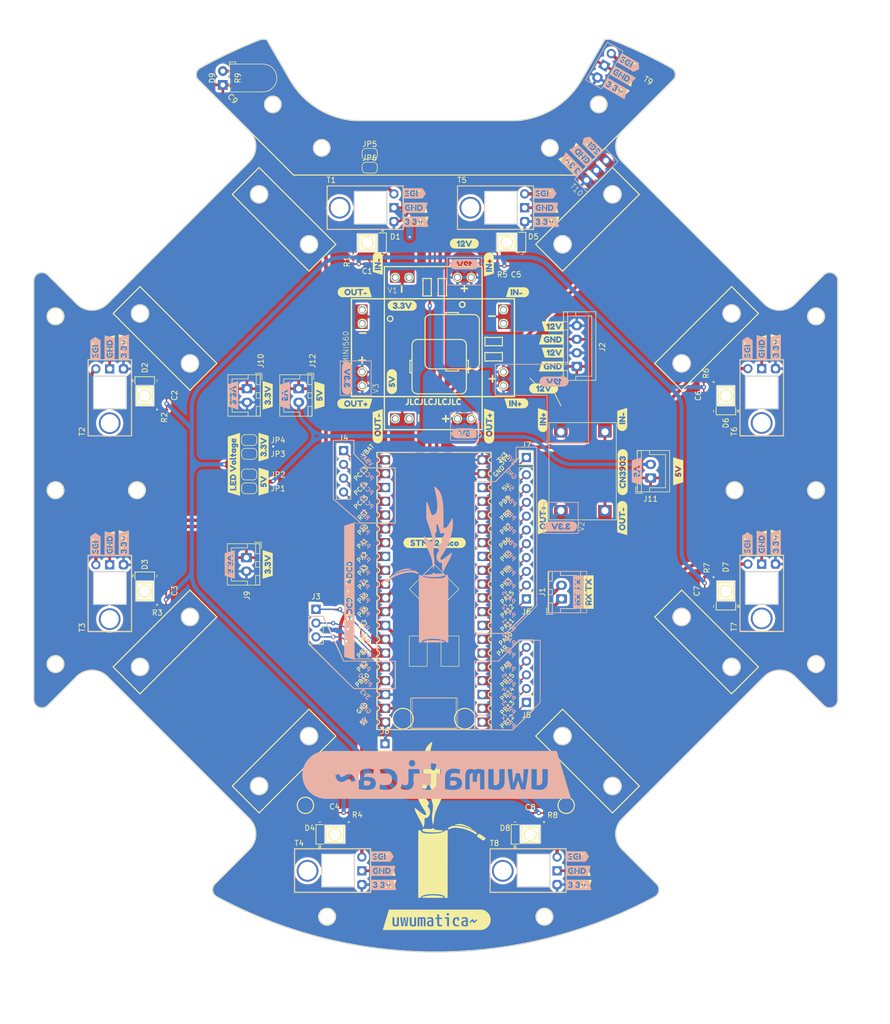
<source format=kicad_pcb>
(kicad_pcb (version 20221018) (generator pcbnew)
  (layers (0 "F.Cu" signal) (31 "B.Cu" signal) (34 "B.Paste" user) (35 "F.Paste" user) (36 "B.SilkS" user "B.Silkscreen") (37 "F.SilkS" user "F.Silkscreen") (38 "B.Mask" user) (39 "F.Mask" user) (44 "Edge.Cuts" user))
  (net 0 "")
  (net 1 "+3.3V")
  (net 2 "GND")
  (net 3 "Net-(D1-A)")
  (net 4 "Net-(D2-A)")
  (net 5 "Net-(D3-A)")
  (net 6 "Net-(D4-A)")
  (net 7 "Net-(D5-A)")
  (net 8 "Net-(D6-A)")
  (net 9 "Net-(D7-A)")
  (net 10 "Net-(D8-A)")
  (net 11 "Net-(D9-A)")
  (net 12 "PICO_RX")
  (net 13 "PICO_TX")
  (net 14 "+12V")
  (net 15 "V_LED")
  (net 16 "+5V")
  (net 17 "TEMT1")
  (net 18 "TEMT2")
  (net 19 "TEMT3")
  (net 20 "TEMT4")
  (net 21 "TEMT5")
  (net 22 "TEMT6")
  (net 23 "TEMT7")
  (net 24 "TEMT8")
  (net 25 "TEMT_BALLCAP")
  (net 26 "Net-(J3-Pin_1)")
  (net 27 "Net-(J3-Pin_2)")
  (net 28 "Net-(J3-Pin_3)")
  (net 29 "Net-(J4-Pin_1)")
  (net 30 "Net-(J4-Pin_2)")
  (net 31 "Net-(J4-Pin_3)")
  (net 32 "Net-(J4-Pin_4)")
  (net 33 "Net-(J5-Pin_1)")
  (net 34 "Net-(J5-Pin_2)")
  (net 35 "Net-(J5-Pin_3)")
  (net 36 "Net-(J5-Pin_4)")
  (net 37 "Net-(J5-Pin_5)")
  (net 38 "Net-(J6-Pin_1)")
  (net 39 "Net-(J6-Pin_2)")
  (net 40 "Net-(J6-Pin_3)")
  (net 42 "Net-(J6-Pin_4)")
  (net 43 "Net-(J6-Pin_5)")
  (net 44 "Net-(J6-Pin_6)")
  (net 45 "Net-(J6-Pin_7)")
  (net 46 "Net-(J6-Pin_8)")
  (net 47 "Net-(J6-Pin_9)")
  (net 48 "Net-(J6-Pin_10)")
  (net 49 "Net-(JP5-A)")
  (net 50 "Net-(J7-Pin_1)")
  (net 51 "Net-(J8-Pin_1)")
  (footprint "components:CN3903" (layer "F.Cu") (at 121.1422 89.262042 -90)
    (fp_text reference "V2")
    (fp_text value "CN3903")
  )
  (footprint "Resistor_SMD:R_0201_0603Metric_Pad0.64x0.40mm_HandSolder" (layer "F.Cu") (at 139.9032 115.9764)
    (fp_text reference "R7")
    (fp_text value "R")
  )
  (footprint "Resistor_SMD:R_0201_0603Metric_Pad0.64x0.40mm_HandSolder" (layer "F.Cu") (at 139.7497 80.0608)
    (fp_text reference "R6")
    (fp_text value "R")
  )
  (footprint "components:MINI560" (layer "F.Cu") (at 82.523727 86.840857 90)
    (fp_text reference "V3")
    (fp_text value "MINI560 5V")
  )
  (footprint "components:TEMT6000" (layer "F.Cu") (at 32.512 77.663642 -90)
    (fp_text reference "T2")
    (fp_text value "TEMT6000")
  )
  (footprint "Resistor_SMD:R_0201_0603Metric_Pad0.64x0.40mm_HandSolder" (layer "F.Cu") (at 39.9288 121.158 180)
    (fp_text reference "R3")
    (fp_text value "R")
  )
  (footprint "Jumper:SolderJumper-2_P1.3mm_Open_RoundedPad1.0x1.5mm" (layer "F.Cu") (at 55.6545 99.655)
    (fp_text reference "JP1")
    (fp_text value "SolderJumper_2_Open")
  )
  (footprint "Jumper:SolderJumper-2_P1.3mm_Bridged2Bar_RoundedPad1.0x1.5mm" (layer "F.Cu") (at 77.836 40.64)
    (fp_text reference "JP6")
    (fp_text value "SolderJumper_2_Bridged")
  )
  (footprint "components:STM32FE411CEU6_Pico_SMD_TH" (layer "F.Cu") (at 91.9768 113.3684 180)
    (fp_text reference "U1")
    (fp_text value "STM32F411CEU6 BlackPill Pico")
  )
  (footprint "components:LED-6028" (layer "F.Cu") (at 68.8445 163.333)
    (fp_text reference "D4")
    (fp_text value "LED")
    (fp_line (start 0.695 -1.7) (end 0.695 1.7) (stroke (width 0.15)) (layer "Edge.Cuts"))
    (fp_line (start 4.495 -1.7) (end 0.695 -1.7) (stroke (width 0.15)) (layer "Edge.Cuts"))
    (fp_line (start 4.495 -1.7) (end 4.495 1.7) (stroke (width 0.15)) (layer "Edge.Cuts"))
    (fp_line (start 4.495 1.7) (end 0.695 1.7) (stroke (width 0.15)) (layer "Edge.Cuts"))
  )
  (footprint "Connector_PinHeader_2.54mm:PinHeader_1x03_P2.54mm_Vertical" (layer "F.Cu") (at 67.945 121.92)
    (fp_text reference "J3")
    (fp_text value "Conn_01x03_Pin")
  )
  (footprint "Resistor_SMD:R_0201_0603Metric_Pad0.64x0.40mm_HandSolder" (layer "F.Cu") (at 109.9312 159.8168 -90)
    (fp_text reference "R8")
    (fp_text value "R")
  )
  (footprint "Connector_JST:JST_XH_B2B-XH-A_1x02_P2.50mm_Vertical" (layer "F.Cu") (at 113.14 119.995 90)
    (fp_text reference "J1")
    (fp_text value "JST_XH_01x02")
  )
  (footprint "Capacitor_SMD:C_0201_0603Metric_Pad0.64x0.40mm_HandSolder" (layer "F.Cu") (at 139.4968 118.5672 -90)
    (fp_text reference "C7")
    (fp_text value "100nF")
  )
  (footprint "kibuzzard-6594E501" (layer "F.Cu") (at 111.252 77.216)
    (fp_text reference "kibuzzard-6594E501" hide)
    (fp_text value "G***" hide)
  )
  (footprint "Connector_JST:JST_XH_B2B-XH-A_1x02_P2.50mm_Vertical" (layer "F.Cu") (at 55.135 112.415 -90)
    (fp_text reference "J9")
    (fp_text value "JST_XH_01x02")
  )
  (footprint "components:TEMT6000" (layer "F.Cu") (at 32.512 113.731642 -90)
    (fp_text reference "T3")
    (fp_text value "TEMT6000")
  )
  (footprint "components:TEMT6000" (layer "F.Cu") (at 76.387358 172.593 180)
    (fp_text reference "T4")
    (fp_text value "TEMT6000")
  )
  (footprint "Capacitor_SMD:C_0201_0603Metric_Pad0.64x0.40mm_HandSolder" (layer "F.Cu") (at 139.3444 82.6008 -90)
    (fp_text reference "C6")
    (fp_text value "100nF")
  )
  (footprint "components:TEMT6000" (layer "F.Cu") (at 152.527 113.604642 -90)
    (fp_text reference "T7")
    (fp_text value "TEMT6000")
  )
  (footprint "kibuzzard-6594DF00" (layer "F.Cu") (at 52.832 95.25 90)
    (fp_text reference "kibuzzard-6594DF00" hide)
    (fp_text value "G***" hide)
  )
  (footprint "kibuzzard-6594E3AA" (layer "F.Cu") (at 81.915 80.01 90)
    (fp_text reference "kibuzzard-6594E3AA" hide)
    (fp_text value "G***" hide)
  )
  (footprint "Jumper:SolderJumper-2_P1.3mm_Open_RoundedPad1.0x1.5mm" (layer "F.Cu") (at 77.836 38.1)
    (fp_text reference "JP5")
    (fp_text value "SolderJumper_2_Open")
  )
  (footprint "Capacitor_SMD:C_0201_0603Metric_Pad0.64x0.40mm_HandSolder" (layer "F.Cu") (at 104.267 58.7248)
    (fp_text reference "C5")
    (fp_text value "100nF")
  )
  (footprint "kibuzzard-6594EB95" (layer "F.Cu") (at 109.855 81.28)
    (fp_text reference "kibuzzard-6594EB95" hide)
    (fp_text value "G***" hide)
  )
  (footprint "Connector_JST:JST_XH_B2B-XH-A_1x02_P2.50mm_Vertical" (layer "F.Cu") (at 64.77 81.32 -90)
    (fp_text reference "J12")
    (fp_text value "JST_XH_01x02")
  )
  (footprint "Connector_JST:JST_XH_B4B-XH-A_1x04_P2.50mm_Vertical" (layer "F.Cu") (at 115.951 77.223 90)
    (fp_text reference "J2")
    (fp_text value "JST_XH_01x04")
  )
  (footprint "Capacitor_SMD:C_0201_0603Metric_Pad0.64x0.40mm_HandSolder" (layer "F.Cu") (at 107.3923 159.4104 180)
    (fp_text reference "C8")
    (fp_text value "100nF")
  )
  (footprint "components:TEMT6000" (layer "F.Cu") (at 112.328358 172.593 180)
    (fp_text reference "T8")
    (fp_text value "TEMT6000")
  )
  (footprint "components:LED-6028" (layer "F.Cu") (at 36.438 115.9615 -90)
    (fp_text reference "D3")
    (fp_text value "LED")
    (fp_line (start 0.695 -1.7) (end 0.695 1.7) (stroke (width 0.15)) (layer "Edge.Cuts"))
    (fp_line (start 4.495 -1.7) (end 0.695 -1.7) (stroke (width 0.15)) (layer "Edge.Cuts"))
    (fp_line (start 4.495 -1.7) (end 4.495 1.7) (stroke (width 0.15)) (layer "Edge.Cuts"))
    (fp_line (start 4.495 1.7) (end 0.695 1.7) (stroke (width 0.15)) (layer "Edge.Cuts"))
  )
  (footprint "components:MINI560" (layer "F.Cu") (at 76.454 66.772)
    (fp_text reference "V1")
    (fp_text value "MINI560 3.3V")
  )
  (footprint "components:TEMT6000" (layer "F.Cu") (at 106.359358 50.546 180)
    (fp_text reference "T5")
    (fp_text value "TEMT6000")
  )
  (footprint "kibuzzard-6594DF35" (layer "F.Cu") (at 58.293 98.425 90)
    (fp_text reference "kibuzzard-6594DF35" hide)
    (fp_text value "G***" hide)
  )
  (footprint "Capacitor_SMD:C_0201_0603Metric_Pad0.64x0.40mm_HandSolder" (layer "F.Cu") (at 40.3352 118.5164 90)
    (fp_text reference "C3")
    (fp_text value locked "100nF")
  )
  (footprint "components:LED-6028" (layer "F.Cu") (at 79.9995 54.472 180)
    (fp_text reference "D1")
    (fp_text value "LED")
    (fp_line (start 0.695 -1.7) (end 0.695 1.7) (stroke (width 0.15)) (layer "Edge.Cuts"))
    (fp_line (start 4.495 -1.7) (end 0.695 -1.7) (stroke (width 0.15)) (layer "Edge.Cuts"))
    (fp_line (start 4.495 -1.7) (end 4.495 1.7) (stroke (width 0.15)) (layer "Edge.Cuts"))
    (fp_line (start 4.495 1.7) (end 0.695 1.7) (stroke (width 0.15)) (layer "Edge.Cuts"))
  )
  (footprint "Connector_PinHeader_2.54mm:PinHeader_1x05_P2.54mm_Vertical" (layer "F.Cu") (at 106.68 139.065 180)
    (fp_text reference "J5")
    (fp_text value "Conn_01x05_Pin")
  )
  (footprint "components:TEMT6000" (layer "F.Cu") (at 82.296 50.546 180)
    (fp_text reference "T1")
    (fp_text value "TEMT6000")
  )
  (footprint "Jumper:SolderJumper-2_P1.3mm_Bridged2Bar_RoundedPad1.0x1.5mm" (layer "F.Cu") (at 55.6545 93.305)
    (fp_text reference "JP3")
    (fp_text value "SolderJumper_2_Bridged")
  )
  (footprint "Connector_JST:JST_XH_B2B-XH-A_1x02_P2.50mm_Vertical" (layer "F.Cu") (at 129.54 97.75 90)
    (fp_text reference "J11")
    (fp_text value "JST_XH_01x02")
  )
  (footprint "Resistor_SMD:R_0201_0603Metric_Pad0.64x0.40mm_HandSolder" (layer "F.Cu") (at 40.0304 85.1916 180)
    (fp_text reference "R2")
    (fp_text value "R")
  )
  (footprint "kibuzzard-6594E396" (layer "F.Cu") (at 83.82 66.04)
    (fp_text reference "kibuzzard-6594E396" hide)
    (fp_text value "G***" hide)
  )
  (footprint "kibuzzard-6594DF24" (layer "F.Cu") (at 59.055 82.55 90)
    (fp_text reference "kibuzzard-6594DF24" hide)
    (fp_text value "G***" hide)
  )
  (footprint "Capacitor_SMD:C_0201_0603Metric_Pad0.64x0.40mm_HandSolder" (layer "F.Cu") (at 77.3673 58.3692)
    (fp_text reference "C1")
    (fp_text value "100nF")
  )
  (footprint "kibuzzard-6594E48C" (layer "F.Cu") (at 111.506 69.85)
    (fp_text reference "kibuzzard-6594E48C" hide)
    (fp_text value "G***" hide)
  )
  (footprint "Resistor_SMD:R_0201_0603Metric_Pad0.64x0.40mm_HandSolder" (layer "F.Cu") (at 101.346 58.3184 90)
    (fp_text reference "R5")
    (fp_text value "R")
  )
  (footprint "components:TEMT6000" (layer "F.Cu") (at 152.527 77.63 -90)
    (fp_text reference "T6")
    (fp_text value "TEMT6000")
  )
  (footprint "components:TEMT6000-ballcap" (layer "F.Cu") (at 119.761 24.037331 150)
    (fp_text reference "T9")
    (fp_text value "TEMT6000")
  )
  (footprint "Connector_PinHeader_2.54mm:PinHeader_1x04_P2.54mm_Vertical" (layer "F.Cu") (at 73.025 92.71)
    (fp_text reference "J4")
    (fp_text value "Conn_01x04_Pin")
  )
  (footprint "Connector_JST:JST_XH_B2B-XH-A_1x02_P2.50mm_Vertical" (layer "F.Cu") (at 55.245 81.32 -90)
    (fp_text reference "J10")
    (fp_text value "JST_XH_01x02")
  )
  (footprint "kibuzzard-6594E501" (layer "F.Cu") (at 111.252 72.263)
    (fp_text reference "kibuzzard-6594E501" hide)
    (fp_text value "G***" hide)
  )
  (footprint "Capacitor_SMD:C_0201_0603Metric_Pad0.64x0.40mm_HandSolder" (layer "F.Cu") (at 71.4259 159.3596 180)
    (fp_text reference "C4")
    (fp_text value "100nF")
  )
  (footprint "Resistor_SMD:R_0201_0603Metric_Pad0.64x0.40mm_HandSolder" (layer "F.Cu") (at 54.61 24.13 90)
    (fp_text reference "R9")
    (fp_text value "R")
  )
  (footprint "Capacitor_SMD:C_0201_0603Metric_Pad0.64x0.40mm_HandSolder" (layer "F.Cu") (at 40.4368 82.6008 90)
    (fp_text reference "C2")
    (fp_text value "100nF")
  )
  (footprint "kibuzzard-6594F15C" (layer "F.Cu") (at 118.11 118.745 90)
    (fp_text reference "kibuzzard-6594F15C" hide)
    (fp_text value "G***" hide)
  )
  (footprint "Capacitor_SMD:C_0201_0603Metric_Pad0.64x0.40mm_HandSolder" (layer "F.Cu") (at 53.34 26.67 135)
    (fp_text reference "C9")
    (fp_text value "100nF")
  )
  (footprint "Connector_PinHeader_2.54mm:PinHeader_1x01_P2.54mm_Vertical" (layer "F.Cu") (at 106.68 93.98)
    (fp_text reference "J7")
    (fp_text value "Conn_01x01_Pin")
  )
  (footprint "Connector_PinHeader_2.54mm:PinHeader_1x01_P2.54mm_Vertical" (layer "F.Cu") (at 80.645 146.685)
    (fp_text reference "J8")
    (fp_text value "Conn_01x01_Pin")
  )
  (footprint "components:LED-6028" (layer "F.Cu") (at 143.383 85.217 90)
    (fp_text reference "D6")
    (fp_text value "LED")
    (fp_line (start 0.695 -1.7) (end 0.695 1.7) (stroke (width 0.15)) (layer "Edge.Cuts"))
    (fp_line (start 4.495 -1.7) (end 0.695 -1.7) (stroke (width 0.15)) (layer "Edge.Cuts"))
    (fp_line (start 4.495 -1.7) (end 4.495 1.7) (stroke (width 0.15)) (layer "Edge.Cuts"))
    (fp_line (start 4.495 1.7) (end 0.695 1.7) (stroke (width 0.15)) (layer "Edge.Cuts"))
  )
  (footprint "kibuzzard-659511D9" (layer "F.Cu") (at 90.17 179.07)
    (fp_text reference "kibuzzard-659511D9" hide)
    (fp_text value "G***" hide)
  )
  (footprint "Jumper:SolderJumper-2_P1.3mm_Bridged2Bar_RoundedPad1.0x1.5mm" (layer "F.Cu") (at 55.6545 90.765)
    (fp_text reference "JP4")
    (fp_text value "SolderJumper_2_Bridged")
  )
  (footprint "kibuzzard-6594DF35" (layer "F.Cu") (at 68.58 82.55 90)
    (fp_text reference "kibuzzard-6594DF35" hide)
    (fp_text value "G***" hide)
  )
  (footprint "Resistor_SMD:R_0201_0603Metric_Pad0.64x0.40mm_HandSolder" (layer "F.Cu") (at 74.8284 57.9639 90)
    (fp_text reference "R1")
    (fp_text value "R")
  )
  (footprint "kibuzzard-6594DF24" (layer "F.Cu") (at 59.055 113.665 90)
    (fp_text reference "kibuzzard-6594DF24" hide)
    (fp_text value "G***" hide)
  )
  (footprint "LED_THT:LED_D5.0mm_Horizontal_O1.27mm_Z3.0mm" (layer "F.Cu") (at 50.8 25.4 90)
    (fp_text reference "D9")
    (fp_text value "IR_LED")
  )
  (footprint "kibuzzard-6594EB95" (layer "F.Cu") (at 95.25 54.61)
    (fp_text reference "kibuzzard-6594EB95" hide)
    (fp_text value "G***" hide)
  )
  (footprint "components:LED-6028" (layer "F.Cu") (at 36.438 80.0205 -90)
    (fp_text reference "D2")
    (fp_text value "LED")
    (fp_line (start 0.695 -1.7) (end 0.695 1.7) (stroke (width 0.15)) (layer "Edge.Cuts"))
    (fp_line (start 4.495 -1.7) (end 0.695 -1.7) (stroke (width 0.15)) (layer "Edge.Cuts"))
    (fp_line (start 4.495 -1.7) (end 4.495 1.7) (stroke (width 0.15)) (layer "Edge.Cuts"))
    (fp_line (start 4.495 1.7) (end 0.695 1.7) (stroke (width 0.15)) (layer "Edge.Cuts"))
  )
  (footprint "Connector_PinHeader_2.54mm:PinHeader_1x10_P2.54mm_Vertical" (layer "F.Cu") (at 106.68 120.015 180)
    (fp_text reference "J6")
    (fp_text value "Conn_01x10_Pin")
  )
  (footprint "kibuzzard-6594DF24" (layer "F.Cu") (at 58.293 92.075 90)
    (fp_text reference "kibuzzard-6594DF24" hide)
    (fp_text value "G***" hide)
  )
  (footprint "kibuzzard-6594E48C" (layer "F.Cu") (at 111.506 74.676)
    (fp_text reference "kibuzzard-6594E48C" hide)
    (fp_text value "G***" hide)
  )
  (footprint "components:LED-6028" (layer "F.Cu") (at 104.7855 163.333)
    (fp_text reference "D8")
    (fp_text value "LED")
    (fp_line (start 0.695 -1.7) (end 0.695 1.7) (stroke (width 0.15)) (layer "Edge.Cuts"))
    (fp_line (start 4.495 -1.7) (end 0.695 -1.7) (stroke (width 0.15)) (layer "Edge.Cuts"))
    (fp_line (start 4.495 -1.7) (end 4.495 1.7) (stroke (width 0.15)) (layer "Edge.Cuts"))
    (fp_line (start 4.495 1.7) (end 0.695 1.7) (stroke (width 0.15)) (layer "Edge.Cuts"))
  )
  (footprint "components:LED-6028" (layer "F.Cu") (at 143.394 121.1475 90)
    (fp_text reference "D7")
    (fp_text value "LED")
    (fp_line (start 0.695 -1.7) (end 0.695 1.7) (stroke (width 0.15)) (layer "Edge.Cuts"))
    (fp_line (start 4.495 -1.7) (end 0.695 -1.7) (stroke (width 0.15)) (layer "Edge.Cuts"))
    (fp_line (start 4.495 -1.7) (end 4.495 1.7) (stroke (width 0.15)) (layer "Edge.Cuts"))
    (fp_line (start 4.495 1.7) (end 0.695 1.7) (stroke (width 0.15)) (layer "Edge.Cuts"))
  )
  (footprint "components:LED-6028" (layer "F.Cu") (at 105.664 54.356 180)
    (fp_text reference "D5")
    (fp_text value "LED")
    (fp_line (start 0.695 -1.7) (end 0.695 1.7) (stroke (width 0.15)) (layer "Edge.Cuts"))
    (fp_line (start 4.495 -1.7) (end 0.695 -1.7) (stroke (width 0.15)) (layer "Edge.Cuts"))
    (fp_line (start 4.495 -1.7) (end 4.495 1.7) (stroke (width 0.15)) (layer "Edge.Cuts"))
    (fp_line (start 4.495 1.7) (end 0.695 1.7) (stroke (width 0.15)) (layer "Edge.Cuts"))
  )
  (footprint "kibuzzard-6594DF35" (layer "F.Cu") (at 134.62 96.52 90)
    (fp_text reference "kibuzzard-6594DF35" hide)
    (fp_text value "G***" hide)
  )
  (footprint "Jumper:SolderJumper-2_P1.3mm_Open_RoundedPad1.0x1.5mm" (layer "F.Cu") (at 55.6545 97.115)
    (fp_text reference "JP2")
    (fp_text value "SolderJumper_2_Open")
  )
  (footprint "components:TEMT6000-wire" (layer "F.Cu") (at 117.710949 42.926 135)
    (fp_text reference "T10")
    (fp_text value "TEMT6000")
  )
  (footprint "components:lipofire-30h" (layer "F.Cu") (at 91.44 161.29)
    (fp_text reference "G***" hide)
    (fp_text value "LOGO" hide)
  )
  (footprint "Resistor_SMD:R_0201_0603Metric_Pad0.64x0.40mm_HandSolder" (layer "F.Cu") (at 73.9648 159.766 -90)
    (fp_text reference "R4")
    (fp_text value "R")
  )
  (footprint "kibuzzard-6594DF35" (layer "B.Cu") (at 127 96.52 90)
    (fp_text reference "kibuzzard-6594DF35" hide)
    (fp_text value "G***" hide)
  )
  (footprint "kibuzzard-659511C4" (layer "B.Cu") (at 90.17 152.4 180)
    (fp_text reference "kibuzzard-659511C4" hide)
    (fp_text value "G***" hide)
  )
  (footprint "kibuzzard-6594EB95" (layer "B.Cu") (at 111.76 80.01 180)
    (fp_text reference "kibuzzard-6594EB95" hide)
    (fp_text value "G***" hide)
  )
  (footprint "kibuzzard-6594DF35" (layer "B.Cu") (at 62.23 82.55 90)
    (fp_text reference "kibuzzard-6594DF35" hide)
    (fp_text value "G***" hide)
  )
  (footprint "kibuzzard-6594EC8D" (layer "B.Cu") (at 73.66 79.375 90)
    (fp_text reference "kibuzzard-6594EC8D" hide)
    (fp_text value "G***" hide)
  )
  (footprint "kibuzzard-6594DF24" (layer "B.Cu") (at 52.705 82.55 90)
    (fp_text reference "kibuzzard-6594DF24" hide)
    (fp_text value "G***" hide)
  )
  (footprint "components:lipofire-30h" (layer "B.Cu") (at 87.63 114.3 180)
    (fp_text reference "G***" hide)
    (fp_text value "LOGO" hide)
  )
  (footprint "kibuzzard-6594ED36" (layer "B.Cu") (at 95.25 89.535 180)
    (fp_text reference "kibuzzard-6594ED36" hide)
    (fp_text value "G***" hide)
  )
  (footprint "kibuzzard-6594EC8D" (layer "B.Cu") (at 113.03 106.68 180)
    (fp_text reference "kibuzzard-6594EC8D" hide)
    (fp_text value "G***" hide)
  )
  (footprint "kibuzzard-6594DF24" (layer "B.Cu") (at 52.07 113.665 90)
    (fp_text reference "kibuzzard-6594DF24" hide)
    (fp_text value "G***" hide)
  )
  (footprint "kibuzzard-6594F15C" (layer "B.Cu") (at 116.205 118.745 90)
    (fp_text reference "kibuzzard-6594F15C" hide)
    (fp_text value "G***" hide)
  )
  (footprint "kibuzzard-6594EB95" (layer "B.Cu") (at 95.25 58.42 180)
    (fp_text reference "kibuzzard-6594EB95" hide)
    (fp_text value "G***" hide)
  )
  (gr_rect (start 72.39 76.2) (end 78.105 82.55) (stroke (width 0.15)) (fill none) (layer "B.SilkS"))
  (gr_poly (pts (xy 71.12 90.805) (xy 74.93 90.805) (xy 74.93 93.345) (xy 77.47 95.885) (xy 82.55 95.885) (xy 82.55 106.045) (xy 76.2 106.045) (xy 71.12 101.6)) (stroke (width 0.15)) (fill none) (layer "B.SilkS"))
  (gr_rect (start 110.8075 114.935) (end 117.7925 122.555) (stroke (width 0.15)) (fill none) (layer "B.SilkS"))
  (gr_poly (pts (xy 97.2698 144.0554) (xy 104.14 144.145) (xy 109.22 139.065) (xy 109.22 127.635) (xy 105.41 127.635) (xy 101.6 131.445) (xy 97.155 131.445) (xy 97.155 144.145)) (stroke (width 0.15)) (fill none) (layer "B.SilkS"))
  (gr_rect (start 109.855 102.235) (end 116.205 107.95) (stroke (width 0.15)) (fill none) (layer "B.SilkS"))
  (gr_poly (pts (xy 66.675 123.19) (xy 66.675 128.27) (xy 74.93 136.525) (xy 82.55 136.525) (xy 82.55 131.445) (xy 73.025 131.445) (xy 69.215 123.19)) (stroke (width 0.15)) (fill none) (layer "B.SilkS"))
  (gr_poly (pts (xy 97.155 98.425) (xy 100.965 98.425) (xy 104.775 94.615) (xy 104.775 92.075) (xy 108.585 92.075) (xy 108.585 121.285) (xy 103.505 126.365) (xy 97.155 126.365)) (stroke (width 0.15)) (fill none) (layer "B.SilkS"))
  (gr_poly (pts (xy 100.965 76.835) (xy 114.3 76.835) (xy 114.3 67.945) (xy 118.11 67.945) (xy 118.11 91.44) (xy 110.49 91.44) (xy 110.49 82.55) (xy 100.965 82.55)) (stroke (width 0.15)) (fill none) (layer "B.SilkS"))
  (gr_rect (start 92.075 57.15) (end 98.425 62.23) (stroke (width 0.15)) (fill none) (layer "B.SilkS"))
  (gr_rect (start 92.71 85.725) (end 97.79 90.805) (stroke (width 0.15)) (fill none) (layer "B.SilkS"))
  (gr_line (start 63.169873 24.5) (end 58.839746 17) (stroke (width 0.2)) (layer "F.SilkS"))
  (gr_line (start 101.448 55.8) (end 101.448 53) (stroke (width 0.2)) (layer "F.SilkS"))
  (gr_circle (center 98.55 122.36) (end 99.05 122.36) (stroke (width 0.2)) (fill none) (layer "F.SilkS"))
  (gr_arc (start 164 138.558875) (mid 163.074029 139.944718) (end 161.43934 139.619535) (stroke (width 0.2)) (layer "F.SilkS"))
  (gr_circle (center 80.75 119.82) (end 81.25 119.82) (stroke (width 0.2)) (fill none) (layer "F.SilkS"))
  (gr_circle (center 98.55 96.96) (end 99.05 96.96) (stroke (width 0.2)) (fill none) (layer "F.SilkS"))
  (gr_line (start 127.476659 154.447222) (end 122.526912 159.39697) (stroke (width 0.2)) (layer "F.SilkS"))
  (gr_circle (center 98.55 114.74) (end 99.05 114.74) (stroke (width 0.2)) (fill none) (layer "F.SilkS"))
  (gr_arc (start 79.15 93.92) (mid 79.65 94.42) (end 79.15 94.92) (stroke (width 0.2)) (layer "F.SilkS"))
  (gr_line (start 122.526912 40.60303) (end 127.476659 45.552778) (stroke (width 0.2)) (layer "F.SilkS"))
  (gr_arc (start 79.15 109.16) (mid 79.65 109.66) (end 79.15 110.16) (stroke (width 0.2)) (layer "F.SilkS"))
  (gr_line (start 100.15 100) (end 100.15 101.54) (stroke (width 0.2)) (layer "F.SilkS"))
  (gr_line (start 79.15 142.18) (end 79.15 140.64) (stroke (width 0.2)) (layer "F.SilkS"))
  (gr_circle (center 98.55 117.28) (end 99.05 117.28) (stroke (width 0.2)) (fill none) (layer "F.SilkS"))
  (gr_line (start 146 126) (end 154 126) (stroke (width 0.2)) (layer "F.SilkS"))
  (gr_curve (pts (xy 46.410953 24.591148) (xy 46.261651 24.441846) (xy 46.103362 24.283557) (xy 46.002181 24.049829)) (stroke (width 0.2)) (layer "F.SilkS"))
  (gr_arc (start 124.294679 166.114484) (mid 123.123109 163.286058) (end 124.294679 160.45763) (stroke (width 0.2)) (layer "F.SilkS"))
  (gr_circle (center 71.4 163.4) (end 72.5 163.4) (stroke (width 0.2)) (fill none) (layer "F.SilkS"))
  (gr_line (start 35 120.2) (end 35 117) (stroke (width 0.2)) (layer "F.SilkS"))
  (gr_arc (start 100.15 127.94) (mid 99.65 127.44) (end 100.15 126.94) (stroke (width 0.2)) (layer "F.SilkS"))
  (gr_arc (start 100.15 138.1) (mid 99.65 137.6) (end 100.15 137.1) (stroke (width 0.2)) (layer "F.SilkS"))
  (gr_line (start 108.585 80.645) (end 107.315 79.375) (stroke (width 0.15)) (layer "F.SilkS"))
  (gr_curve (pts (xy 45.900429 23.579729) (xy 45.894225 23.388905) (xy 45.924994 23.189619) (xy 45.989429 23.009539)) (stroke (width 0.2)) (layer "F.SilkS"))
  (gr_line (start 37.8 84.2) (end 35 84.2) (stroke (width 0.2)) (layer "F.SilkS"))
  (gr_line (start 146 76) (end 146 90) (stroke (width 0.2)) (layer "F.SilkS"))
  (gr_line (start 154 126) (end 154 112) (stroke (width 0.2)) (layer "F.SilkS"))
  (gr_line (start 103.839746 32) (end 76.160254 32) (stroke (width 0.2)) (layer "F.SilkS"))
  (gr_arc (start 156.114484 65.705321) (mid 153.286057 66.876894) (end 150.45763 65.705321) (stroke (width 0.2)) (layer "F.SilkS"))
  (gr_circle (center 135.254834 123.334524) (end 136.854834 123.334524) (stroke (width 0.2)) (fill none) (layer "F.SilkS"))
  (gr_line (start 37.8 120.2) (end 35 120.2) (stroke (width 0.2)) (layer "F.SilkS"))
  (gr_circle (center 135.254834 76.665476) (end 136.854834 76.665476) (stroke (width 0.2)) (fill none) (layer "F.SilkS"))
  (gr_curve (pts (xy 133.969176 24.111124) (xy 133.868282 24.311913) (xy 133.725459 24.454736) (xy 133.589047 24.591148)) (stroke (width 0.2)) (layer "F.SilkS"))
  (gr_line (start 79 53) (end 79 55.8) (stroke (width 0.2)) (layer "F.SilkS"))
  (gr_circle (center 57.473088 45.552778) (end 59.073088 45.552778) (stroke (width 0.2)) (fill none) (layer "F.SilkS"))
  (gr_line (start 33 79) (end 33 85) (stroke (width 0.2)) (layer "F.SilkS"))
  (gr_circle (center 98.55 112.2) (end 99.05 112.2) (stroke (width 0.2)) (fill none) (layer "F.SilkS"))
  (gr_circle (center 102.5 80.75) (end 103.25 80.75) (stroke (width 0.2)) (fill none) (layer "F.SilkS"))
  (gr_line (start 100 174) (end 114 174) (stroke (width 0.2)) (layer "F.SilkS"))
  (gr_line (start 37.8 117) (end 37.8 120.2) (stroke (width 0.2)) (layer "F.SilkS"))
  (gr_arc (start 100.15 97.46) (mid 99.65 96.96) (end 100.15 96.46) (stroke (width 0.2)) (layer "F.SilkS"))
  (gr_circle (center 111 37) (end 112.5 37) (stroke (width 0.2)) (fill none) (layer "F.SilkS"))
  (gr_line (start 100.15 102.54) (end 100.15 104.08) (stroke (width 0.2)) (layer "F.SilkS"))
  (gr_arc (start 55.705321 33.885516) (mid 56.876891 36.713942) (end 55.705321 39.54237) (stroke (width 0.2)) (layer "F.SilkS"))
  (gr_circle (center 80.75 117.28) (end 81.25 117.28) (stroke (width 0.2)) (fill none) (layer "F.SilkS"))
  (gr_line (start 100.15 138.1) (end 100.15 139.64) (stroke (width 0.2)) (layer "F.SilkS"))
  (gr_arc (start 79.15 142.18) (mid 79.65 142.68) (end 79.15 143.18) (stroke (width 0.2)) (layer "F.SilkS"))
  (gr_line (start 154 76) (end 146 76) (stroke (width 0.2)) (layer "F.SilkS"))
  (gr_line (start 101.448 53) (end 104.648 53) (stroke (width 0.2)) (layer "F.SilkS"))
  (gr_line (start 100.15 120.32) (end 100.15 121.86) (stroke (width 0.2)) (layer "F.SilkS"))
  (gr_line (start 79.15 101.54) (end 79.15 100) (stroke (width 0.2)) (layer "F.SilkS"))
  (gr_line (start 121.160254 17) (end 122.124757 17) (stroke (width 0.2)) (layer "F.SilkS"))
  (gr_line (start 79.15 134.56) (end 79.15 133.02) (stroke (width 0.2)) (layer "F.SilkS"))
  (gr_arc (start 79.15 111.7) (mid 79.65 112.2) (end 79.15 112.7) (stroke (width 0.2)) (layer "F.SilkS"))
  (gr_circle (center 77.4 54.4) (end 78.5 54.4) (stroke (width 0.2)) (fill none) (layer "F.SilkS"))
  (gr_line (start 164 138.558875) (end 164 61.441125) (stroke (width 0.2)) (layer "F.SilkS"))
  (gr_arc (start 116.830127 24.5) (mid 111.339746 29.99038) (end 103.839746 32) (stroke (width 0.2)) (layer "F.SilkS"))
  (gr_circle (center 98.55 142.68) (end 99.05 142.68) (stroke (width 0.2)) (fill none) (layer "F.SilkS"))
  (gr_line (start 161.43934 60.380465) (end 156.114484 65.705321) (stroke (width 0.2)) (layer "F.SilkS"))
  (gr_arc (start 161.43934 60.380465) (mid 163.074022 60.055299) (end 164 61.441125) (stroke (width 0.2)) (layer "F.SilkS"))
  (gr_circle (center 80.75 94.42) (end 81.25 94.42) (stroke (width 0.2)) (fill none) (layer "F.SilkS"))
  (gr_line (start 144.8 120.2) (end 142 120.2) (stroke (width 0.2)) (layer "F.SilkS"))
  (gr_line (start 64 174) (end 78 174) (stroke (width 0.2)) (layer "F.SilkS"))
  (gr_line (start 133.589047 24.591148) (end 116.180195 42) (stroke (width 0.2)) (layer "F.SilkS"))
  (gr_line (start 49.694913 76.665476) (end 44.745166 81.615224) (stroke (width 0.2)) (layer "F.SilkS"))
  (gr_arc (start 18.56066 139.619535) (mid 16.925974 139.944693) (end 16 138.558875) (stroke (width 0.2)) (layer "F.SilkS"))
  (gr_line (start 100.15 97.46) (end 100.15 99) (stroke (width 0.2)) (layer "F.SilkS"))
  (gr_line (start 70 52) (end 84 52) (stroke (width 0.2)) (layer "F.SilkS"))
  (gr_line (start 74.5 82.75) (end 74.5 64.75) (stroke (width 0.2)) (layer "F.SilkS"))
  (gr_line (start 79.15 111.7) (end 79.15 110.16) (stroke (width 0.2)) (layer "F.SilkS"))
  (gr_line (start 73 162) (end 73 164.8) (stroke (width 0.2)) (layer "F.SilkS"))
  (gr_arc (start 79.15 101.54) (mid 79.65 102.04) (end 79.15 102.54) (stroke (width 0.2)) (layer "F.SilkS"))
  (gr_circle (center 20 132) (end 21.5 132) (stroke (width 0.2)) (fill none) (layer "F.SilkS"))
  (gr_line (start 100.15 143.18) (end 100.15 144.05) (stroke (width 0.2)) (layer "F.SilkS"))
  (gr_arc (start 124.294679 39.54237) (mid 123.123105 36.713942) (end 124.294679 33.885516) (stroke (width 0.2)) (layer "F.SilkS"))
  (gr_line (start 154 112) (end 146 112) (stroke (width 0.2)) (layer "F.SilkS"))
  (gr_circle (center 98.55 104.58) (end 99.05 104.58) (stroke (width 0.2)) (fill none) (layer "F.SilkS"))
  (gr_line (start 124.294679 160.45763) (end 150.45763 134.294679) (stroke (width 0.2)) (layer "F.SilkS"))
  (gr_circle (center 44.745166 123.334524) (end 46.345166 123.334524) (stroke (width 0.2)) (fill none) (layer "F.SilkS"))
  (gr_line (start 26 76) (end 26 90) (stroke (width 0.2)) (layer "F.SilkS"))
  (gr_circle (center 80.75 140.14) (end 81.25 140.14) (stroke (width 0.2)) (fill none) (layer "F.SilkS"))
  (gr_circle (center 160 100) (end 161.5 100) (stroke (width 0.2)) (fill none) (layer "F.SilkS"))
  (gr_circle (center 80.75 102.04) (end 81.25 102.04) (stroke (width 0.2)) (fill none) (layer "F.SilkS"))
  (gr_line (start 78 166) (end 64 166) (stroke (width 0.2)) (layer "F.SilkS"))
  (gr_line (start 79.15 93.05) (end 86.31 93.05) (stroke (width 0.2)) (layer "F.SilkS"))
  (gr_line (start 79.15 119.32) (end 79.15 117.78) (stroke (width 0.2)) (layer "F.SilkS"))
  (gr_arc (start 79.15 124.4) (mid 79.65 124.9) (end 79.15 125.4) (stroke (width 0.2)) (layer "F.SilkS"))
  (gr_curve (pts (xy 133.257445 22.219582) (xy 133.441845 22.322136) (xy 133.637221 22.431645) (xy 133.798647 22.629296)) (stroke (width 0.2)) (layer "F.SilkS"))
  (gr_line (start 100.15 130.48) (end 100.15 132.02) (stroke (width 0.2)) (layer "F.SilkS"))
  (gr_arc (start 46.742555 22.219582) (mid 52.218653 19.417307) (end 57.875243 17) (stroke (width 0.2)) (layer "F.SilkS"))
  (gr_curve (pts (xy 133.798647 22.629296) (xy 133.896625 22.749262) (xy 133.973497 22.890616) (xy 134.026714 23.057245)) (stroke (width 0.2)) (layer "F.SilkS"))
  (gr_circle (center 143.4 82.6) (end 144.5 82.6) (stroke (width 0.2)) (fill none) (layer "F.SilkS"))
  (gr_arc (start 100.15 100) (mid 99.65 99.5) (end 100.15 99) (stroke (width 0.2)) (layer "F.SilkS"))
  (gr_line (start 79.15 114.24) (end 79.15 112.7) (stroke (width 0.2)) (layer "F.SilkS"))
  (gr_curve (pts (xy 45.900429 23.579729) (xy 45.894225 23.388905) (xy 45.924994 23.189619) (xy 45.989429 23.009539)) (stroke (width 0.2)) (layer "F.SilkS"))
  (gr_circle (center 80.75 109.66) (end 81.25 109.66) (stroke (width 0.2)) (fill none) (layer "F.SilkS"))
  (gr_line (start 127.476659 45.552778) (end 113.334524 59.694913) (stroke (width 0.2)) (layer "F.SilkS"))
  (gr_curve (pts (xy 46.244074 22.579821) (xy 46.396535 22.41272) (xy 46.573538 22.31358) (xy 46.742555 22.219582)) (stroke (width 0.2)) (layer "F.SilkS"))
  (gr_arc (start 79.15 114.24) (mid 79.65 114.74) (end 79.15 115.24) (stroke (width 0.2)) (layer "F.SilkS"))
  (gr_line (start 79.15 116.78) (end 79.15 115.24) (stroke (width 0.2)) (layer "F.SilkS"))
  (gr_line (start 79.15 99) (end 79.15 97.46) (stroke (width 0.2)) (layer "F.SilkS"))
  (gr_line (start 100.15 133.02) (end 100.15 134.56) (stroke (width 0.2)) (layer "F.SilkS"))
  (gr_line (start 79.15 129.48) (end 79.15 127.94) (stroke (width 0.2)) (layer "F.SilkS"))
  (gr_line (start 70 44) (end 70 52) (stroke (width 0.2)) (layer "F.SilkS"))
  (gr_circle (center 76.5 78.21) (end 77.25 78.21) (stroke (width 0.2)) (fill none) (layer "F.SilkS"))
  (gr_circle (center 98.55 124.9) (end 99.05 124.9) (stroke (width 0.2)) (fill none) (layer "F.SilkS"))
  (gr_line (start 100.15 117.78) (end 100.15 119.32) (stroke (width 0.2)) (layer "F.SilkS"))
  (gr_line (start 122.526912 159.39697) (end 108.384776 145.254834) (stroke (width 0.2)) (layer "F.SilkS"))
  (gr_line (start 55.705321 39.54237) (end 29.54237 65.705321) (stroke (width 0.2)) (layer "F.SilkS"))
  (gr_line (start 122.124757 17) (end 121.160254 17) (stroke (width 0.2)) (layer "F.SilkS"))
  (gr_circle (center 98.55 132.52) (end 99.05 132.52) (stroke (width 0.2)) (fill none) (layer "F.SilkS"))
  (gr_line (start 37.8 81) (end 37.8 84.2) (stroke (width 0.2)) (layer "F.SilkS"))
  (gr_curve (pts (xy 134.026714 23.057245) (xy 134.085105 23.240074) (xy 134.110211 23.441409) (xy 134.096839 23.633307)) (stroke (width 0.2)) (layer "F.SilkS"))
  (gr_line (start 144.8 84.2) (end 142 84.2) (stroke (width 0.2)) (layer "F.SilkS"))
  (gr_line (start 104.648 53) (end 104.648 55.8) (stroke (width 0.2)) (layer "F.SilkS"))
  (gr_line (start 111.76 81.915) (end 113.03 84.455) (stroke (width 0.15)) (layer "F.SilkS"))
  (gr_line (start 66.665476 59.694913) (end 52.523341 45.552778) (stroke (width 0.2)) (layer "F.SilkS"))
  (gr_circle (center 35 100) (end 36.5 100) (stroke (width 0.2)) (fill none) (layer "F.SilkS"))
  (gr_curve (pts (xy 133.257445 22.219582) (xy 133.441845 22.322136) (xy 133.637221 22.431645) (xy 133.798647 22.629296)) (stroke (width 0.2)) (layer "F.SilkS"))
  (gr_line (start 94 44) (end 94 52) (stroke (width 0.2)) (layer "F.SilkS"))
  (gr_arc (start 79.15 134.56) (mid 79.65 135.06) (end 79.15 135.56) (stroke (width 0.2)) (layer "F.SilkS"))
  (gr_circle (center 80.75 96.96) (end 81.25 96.96) (stroke (width 0.2)) (fill none) (layer "F.SilkS"))
  (gr_line (start 26 90) (end 34 90) (stroke (width 0.2)) (layer "F.SilkS"))
  (gr_circle (center 80.75 112.2) (end 81.25 112.2) (stroke (width 0.2)) (fill none) (layer "F.SilkS"))
  (gr_circle (center 20 68) (end 21.5 68) (stroke (width 0.2)) (fill none) (layer "F.SilkS"))
  (gr_line (start 55.705321 166.114484) (end 49.357935 172.46187) (stroke (width 0.2)) (layer "F.SilkS"))
  (gr_circle (center 80.75 114.74) (end 81.25 114.74) (stroke (width 0.2)) (fill none) (layer "F.SilkS"))
  (gr_line (start 100.15 112.7) (end 100.15 114.24) (stroke (width 0.2)) (layer "F.SilkS"))
  (gr_line (start 130.305087 76.665476) (end 144.447222 62.523341) (stroke (width 0.2)) (layer "F.SilkS"))
  (gr_line (start 135.254834 118.384776) (end 149.39697 132.526912) (stroke (width 0.2)) (layer "F.SilkS"))
  (gr_poly (pts (xy 66.615 123.19) (xy 66.615 128.33) (xy 74.93 136.525) (xy 82.55 136.525) (xy 82.55 131.445) (xy 73.025 131.445) (xy 71.12 127) (xy 69.275 123.19)) (stroke (width 0.15)) (fill none) (layer "F.SilkS"))
  (gr_circle (center 80.75 124.9) (end 81.25 124.9) (stroke (width 0.2)) (fill none) (layer "F.SilkS"))
  (gr_circle (center 80.75 135.06) (end 81.25 135.06) (stroke (width 0.2)) (fill none) (layer "F.SilkS"))
  (gr_line (start 35 84.2) (end 35 81) (stroke (width 0.2)) (layer "F.SilkS"))
  (gr_arc (start 79.15 137.1) (mid 79.65 137.6) (end 79.15 138.1) (stroke (width 0.2)) (layer "F.SilkS"))
  (gr_arc (start 100.15 112.7) (mid 99.65 112.2) (end 100.15 111.7) (stroke (width 0.2)) (layer "F.SilkS"))
  (gr_line (start 30.60303 132.526912) (end 44.745166 118.384776) (stroke (width 0.2)) (layer "F.SilkS"))
  (gr_line (start 26 112) (end 26 126) (stroke (width 0.2)) (layer "F.SilkS"))
  (gr_curve (pts (xy 134.096839 23.633307) (xy 134.081761 23.849691) (xy 134.021166 24.00766) (xy 133.969176 24.111124)) (stroke (width 0.2)) (layer "F.SilkS"))
  (gr_line (start 84 44) (end 70 44) (stroke (width 0.2)) (layer "F.SilkS"))
  (gr_line (start 116.830127 24.5) (end 121.160254 17) (stroke (width 0.2)) (layer "F.SilkS"))
  (gr_circle (center 80.75 132.52) (end 81.25 132.52) (stroke (width 0.2)) (fill none) (layer "F.SilkS"))
  (gr_circle (center 70 178.5) (end 71.5 178.5) (stroke (width 0.2)) (fill none) (layer "F.SilkS"))
  (gr_line (start 90.45 93.05) (end 91.39 93.05) (stroke (width 0.2)) (layer "F.SilkS"))
  (gr_line (start 75.8 53) (end 79 53) (stroke (width 0.2)) (layer "F.SilkS"))
  (gr_line (start 71.615224 145.254834) (end 57.473088 159.39697) (stroke (width 0.2)) (layer "F.SilkS"))
  (gr_line (start 108 44) (end 94 44) (stroke (width 0.2)) (layer "F.SilkS"))
  (gr_line (start 100.15 105.08) (end 100.15 106.62) (stroke (width 0.2)) (layer "F.SilkS"))
  (gr_line (start 79.15 104.08) (end 79.15 102.54) (stroke (width 0.2)) (layer "F.SilkS"))
  (gr_line (start 130.305087 123.334524) (end 135.254834 118.384776) (stroke (width 0.2)) (layer "F.SilkS"))
  (gr_arc (start 100.15 94.92) (mid 99.65 94.42) (end 100.15 93.92) (stroke (width 0.2)) (layer "F.SilkS"))
  (gr_curve (pts (xy 45.989429 23.009539) (xy 46.063681 22.802027) (xy 46.166402 22.664952) (xy 46.244074 22.579821)) (stroke (width 0.2)) (layer "F.SilkS"))
  (gr_arc (start 79.15 139.64) (mid 79.65 140.14) (end 79.15 140.64) (stroke (width 0.2)) (layer "F.SilkS"))
  (gr_arc (start 29.54237 65.705321) (mid 26.713943 66.876894) (end 23.885516 65.705321) (stroke (width 0.2)) (layer "F.SilkS"))
  (gr_arc (start 100.15 135.56) (mid 99.65 135.06) (end 100.15 134.56) (stroke (width 0.2)) (layer "F.SilkS"))
  (gr_circle (center 113.334524 145.254834) (end 114.934524 145.254834) (stroke (width 0.2)) (fill none) (layer "F.SilkS"))
  (gr_line (start 130.642065 172.46187) (end 124.294679 166.114484) (stroke (width 0.2)) (layer "F.SilkS"))
  (gr_circle (center 80.75 104.58) (end 81.25 104.58) (stroke (width 0.2)) (fill none) (layer "F.SilkS"))
  (gr_arc (start 100.15 122.86) (mid 99.65 122.36) (end 100.15 121.86) (stroke (width 0.2)) (layer "F.SilkS"))
  (gr_arc (start 55.705321 160.45763) (mid 56.876895 163.286058) (end 55.705321 166.114484) (stroke (width 0.2)) (layer "F.SilkS"))
  (gr_line (start 79.15 132.02) (end 79.15 130.48) (stroke (width 0.2)) (layer "F.SilkS"))
  (gr_line (start 58.839746 17) (end 57.875243 17) (stroke (width 0.2)) (layer "F.SilkS"))
  (gr_circle (center 107.4 163.4) (end 108.5 163.4) (stroke (width 0.2)) (fill none) (layer "F.SilkS"))
  (gr_line (start 74.5 64.75) (end 104.5 64.75) (stroke (width 0.2)) (layer "F.SilkS"))
  (gr_circle (center 98.55 94.42) (end 99.05 94.42) (stroke (width 0.2)) (fill none) (layer "F.SilkS"))
  (gr_arc (start 79.15 121.86) (mid 79.65 122.36) (end 79.15 122.86) (stroke (width 0.2)) (layer "F.SilkS"))
  (gr_line (start 69.8 162) (end 73 162) (stroke (width 0.2)) (layer "F.SilkS"))
  (gr_circle (center 160 132) (end 161.5 132) (stroke (width 0.2)) (fill none) (layer "F.SilkS"))
  (gr_arc (start 100.15 117.78) (mid 99.65 117.28) (end 100.15 116.78) (stroke (width 0.2)) (layer "F.SilkS"))
  (gr_circle (center 66.665476 145.254834) (end 68.265476 145.254834) (stroke (width 0.2)) (fill none) (layer "F.SilkS"))
  (gr_circle (center 20 100) (end 21.5 100) (stroke (width 0.2)) (fill none) (layer "F.SilkS"))
  (gr_circle (center 36.4 118.6) (end 37.5 118.6) (stroke (width 0.2)) (fill none) (layer "F.SilkS"))
  (gr_circle (center 113.334524 54.745166) (end 114.934524 54.745166) (stroke (width 0.2)) (fill none) (layer "F.SilkS"))
  (gr_circle (center 98.55 107.12) (end 99.05 107.12) (stroke (width 0.2)) (fill none) (layer "F.SilkS"))
  (gr_arc (start 79.15 99) (mid 79.65 99.5) (end 79.15 100) (stroke (width 0.2)) (layer "F.SilkS"))
  (gr_line (start 105.8 162) (end 109 162) (stroke (width 0.2)) (layer "F.SilkS"))
  (gr_circle (center 145 100) (end 146.5 100) (stroke (width 0.2)) (fill none) (layer "F.SilkS"))
  (gr_line (start 49.694913 123.334524) (end 35.552778 137.476659) (stroke (width 0.2)) (layer "F.SilkS"))
  (gr_line (start 94 52) (end 108 52) (stroke (width 0.2)) (layer "F.SilkS"))
  (gr_line (start 79 55.8) (end 75.8 55.8) (stroke (width 0.2)) (layer "F.SilkS"))
  (gr_line (start 79.15 121.86) (end 79.15 120.32) (stroke (width 0.2)) (layer "F.SilkS"))
  (gr_line (start 35.552778 137.476659) (end 30.60303 132.526912) (stroke (width 0.2)) (layer "F.SilkS"))
  (gr_line (start 34 76) (end 26 76) (stroke (width 0.2)) (layer "F.SilkS"))
  (gr_arc (start 116.830127 24.5) (mid 111.339746 29.99038) (end 103.839746 32) (stroke (width 0.2)) (layer "F.SilkS"))
  (gr_circle (center 69 37) (end 70.5 37) (stroke (width 0.2)) (fill none) (layer "F.SilkS"))
  (gr_line (start 144.8 81) (end 144.8 84.2) (stroke (width 0.2)) (layer "F.SilkS"))
  (gr_circle (center 98.55 135.06) (end 99.05 135.06) (stroke (width 0.2)) (fill none) (layer "F.SilkS"))
  (gr_line (start 27 79) (end 33 79) (stroke (width 0.2)) (layer "F.SilkS"))
  (gr_line (start 79.15 109.16) (end 79.15 107.62) (stroke (width 0.2)) (layer "F.SilkS"))
  (gr_arc (start 100.15 115.24) (mid 99.65 114.74) (end 100.15 114.24) (stroke (width 0.2)) (layer "F.SilkS"))
  (gr_line (start 35.552778 62.523341) (end 49.694913 76.665476) (stroke (width 0.2)) (layer "F.SilkS"))
  (gr_line (start 104.5 64.75) (end 104.5 82.75) (stroke (width 0.2)) (layer "F.SilkS"))
  (gr_line (start 66.665476 140.305087) (end 71.615224 145.254834) (stroke (width 0.2)) (layer "F.SilkS"))
  (gr_line (start 100.15 107.62) (end 100.15 109.16) (stroke (width 0.2)) (layer "F.SilkS"))
  (gr_circle (center 98.55 102.04) (end 99.05 102.04) (stroke (width 0.2)) (fill none) (layer "F.SilkS"))
  (gr_line (start 108.384776 54.745166) (end 122.526912 40.60303) (stroke (width 0.2)) (layer "F.SilkS"))
  (gr_circle (center 44.745166 76.665476) (end 46.345166 76.665476) (stroke (width 0.2)) (fill none) (layer "F.SilkS"))
  (gr_line (start 100.15 127.94) (end 100.15 129.48) (stroke (width 0.2)) (layer "F.SilkS"))
  (gr_curve (pts (xy 45.989429 23.009539) (xy 46.063681 22.802027) (xy 46.166402 22.664952) (xy 46.244074 22.579821)) (stroke (width 0.2)) (layer "F.SilkS"))
  (gr_line (start 149.39697 132.526912) (end 144.447222 137.476659) (stroke (width 0.2)) (layer "F.SilkS"))
  (gr_line (start 104.648 55.8) (end 101.448 55.8) (stroke (width 0.2)) (layer "F.SilkS"))
  (gr_line (start 75.8 55.8) (end 75.8 53) (stroke (width 0.2)) (layer "F.SilkS"))
  (gr_circle (center 120 29) (end 121.5 29) (stroke (width 0.2)) (fill none) (layer "F.SilkS"))
  (gr_circle (center 98.55 140.14) (end 99.05 140.14) (stroke (width 0.2)) (fill none) (layer "F.SilkS"))
  (gr_circle (center 35.552778 67.473088) (end 37.152778 67.473088) (stroke (width 0.2)) (fill none) (layer "F.SilkS"))
  (gr_line (start 44.745166 81.615224) (end 30.60303 67.473088) (stroke (width 0.2)) (layer "F.SilkS"))
  (gr_arc (start 122.124757 17) (mid 127.781345 19.417313) (end 133.257445 22.219582) (stroke (width 0.2)) (layer "F.SilkS"))
  (gr_arc (start 150.45763 134.294679) (mid 153.286057 133.123106) (end 156.114484 134.294679) (stroke (width 0.2)) (layer "F.SilkS"))
  (gr_line (start 105.8 164.8) (end 105.8 162) (stroke (width 0.2)) (layer "F.SilkS"))
  (gr_line (start 100.15 144.05) (end 79.15 144.05) (stroke (width 0.2)) (layer "F.SilkS"))
  (gr_arc (start 46.742555 22.219582) (mid 52.218653 19.417307) (end 57.875243 17) (stroke (width 0.2)) (layer "F.SilkS"))
  (gr_arc (start 100.15 130.48) (mid 99.65 129.98) (end 100.15 129.48) (stroke (width 0.2)) (layer "F.SilkS"))
  (gr_line (start 79.15 144.05) (end 79.15 143.18) (stroke (width 0.2)) (layer "F.SilkS"))
  (gr_line (start 116.180195 42) (end 63.819805 42) (stroke (width 0.2)) (layer "F.SilkS"))
  (gr_arc (start 79.15 116.78) (mid 79.65 117.28) (end 79.15 117.78) (stroke (width 0.2)) (layer "F.SilkS"))
  (gr_line (start 87.91 93.05) (end 88.85 93.05) (stroke (width 0.2)) (layer "F.SilkS"))
  (gr_line (start 18.56066 139.619535) (end 23.885516 134.294679) (stroke (width 0.2)) (layer "F.SilkS"))
  (gr_circle (center 80.75 127.44) (end 81.25 127.44) (stroke (width 0.2)) (fill none) (layer "F.SilkS"))
  (gr_arc (start 100.15 102.54) (mid 99.65 102.04) (end 100.15 101.54) (stroke (width 0.2)) (layer "F.SilkS"))
  (gr_line (start 34 126) (end 34 112) (stroke (width 0.2)) (layer "F.SilkS"))
  (gr_circle (center 98.55 99.5) (end 99.05 99.5) (stroke (width 0.2)) (fill none) (layer "F.SilkS"))
  (gr_line (start 26 126) (end 34 126) (stroke (width 0.2)) (layer "F.SilkS"))
  (gr_circle (center 80.75 142.68) (end 81.25 142.68) (stroke (width 0.2)) (fill none) (layer "F.SilkS"))
  (gr_line (start 142 84.2) (end 142 81) (stroke (width 0.2)) (layer "F.SilkS"))
  (gr_curve (pts (xy 46.410953 24.591148) (xy 46.261651 24.441846) (xy 46.103362 24.283557) (xy 46.002181 24.049829)) (stroke (width 0.2)) (layer "F.SilkS"))
  (gr_circle (center 114 158) (end 115.5 158) (stroke (width 0.2)) (fill none) (layer "F.SilkS"))
  (gr_arc (start 100.15 133.02) (mid 99.65 132.52) (end 100.15 132.02) (stroke (width 0.2)) (layer "F.SilkS"))
  (gr_arc (start 79.15 129.48) (mid 79.65 129.98) (end 79.15 130.48) (stroke (width 0.2)) (layer "F.SilkS"))
  (gr_arc (start 100.15 107.62) (mid 99.65 107.12) (end 100.15 106.62) (stroke (width 0.2)) (layer "F.SilkS"))
  (gr_line (start 135.254834 81.615224) (end 130.305087 76.665476) (stroke (width 0.2)) (layer "F.SilkS"))
  (gr_line (start 33 85) (end 27 85) (stroke (width 0.2)) (layer "F.SilkS"))
  (gr_line (start 57.473088 159.39697) (end 52.523341 154.447222) (stroke (width 0.2)) (layer "F.SilkS"))
  (gr_line (start 100.15 115.24) (end 100.15 116.78) (stroke (width 0.2)) (layer "F.SilkS"))
  (gr_line (start 100 166) (end 100 174) (stroke (width 0.2)) (layer "F.SilkS"))
  (gr_circle (center 80.75 99.5) (end 81.25 99.5) (stroke (width 0.2)) (fill none) (layer "F.SilkS"))
  (gr_line (start 149.39697 67.473088) (end 135.254834 81.615224) (stroke (width 0.2)) (layer "F.SilkS"))
  (gr_arc (start 130.292448 174.843294) (mid 90 185) (end 49.707552 174.843294) (stroke (width 0.2)) (layer "F.SilkS"))
  (gr_line (start 34 90) (end 34 76) (stroke (width 0.2)) (layer "F.SilkS"))
  (gr_arc (start 122.124757 17) (mid 127.781345 19.417313) (end 133.257445 22.219582) (stroke (width 0.2)) (layer "F.SilkS"))
  (gr_line (start 104.5 82.75) (end 74.5 82.75) (stroke (width 0.2)) (layer "F.SilkS"))
  (gr_curve (pts (xy 133.969176 24.111124) (xy 133.868282 24.311913) (xy 133.725459 24.454736) (xy 133.589047 24.591148)) (stroke (width 0.2)) (layer "F.SilkS"))
  (gr_circle (center 98.55 109.66) (end 99.05 109.66) (stroke (width 0.2)) (fill none) (layer "F.SilkS"))
  (gr_poly (pts (xy 71.12 90.805) (xy 71.12 101.6) (xy 76.2 106.045) (xy 82.55 106.045) (xy 82.55 95.885) (xy 77.47 95.885) (xy 74.93 93.345) (xy 74.93 90.805)) (stroke (width 0.15)) (fill none) (layer "F.SilkS"))
  (gr_poly (pts (xy 97.155 131.445) (xy 101.6 131.445) (xy 105.35 127.575) (xy 108.01 127.575) (xy 108.01 140.395) (xy 104.14 144.145) (xy 97.133 144.05)) (stroke (width 0.15)) (fill none) (layer "F.SilkS"))
  (gr_line (start 79.15 106.62) (end 79.15 105.08) (stroke (width 0.2)) (layer "F.SilkS"))
  (gr_curve (pts (xy 133.798647 22.629296) (xy 133.896625 22.749262) (xy 133.973497 22.890616) (xy 134.026714 23.057245)) (stroke (width 0.2)) (layer "F.SilkS"))
  (gr_line (start 154 90) (end 154 76) (stroke (width 0.2)) (layer "F.SilkS"))
  (gr_line (start 57.473088 40.60303) (end 71.615224 54.745166) (stroke (width 0.2)) (layer "F.SilkS"))
  (gr_circle (center 102.5 69.29) (end 103.25 69.29) (stroke (width 0.2)) (fill none) (layer "F.SilkS"))
  (gr_curve (pts (xy 134.026714 23.057245) (xy 134.085105 23.240074) (xy 134.110211 23.441409) (xy 134.096839 23.633307)) (stroke (width 0.2)) (layer "F.SilkS"))
  (gr_arc (start 130.642065 172.46187) (mid 131.065472 173.740394) (end 130.292448 174.843294) (stroke (width 0.2)) (layer "F.SilkS"))
  (gr_line (start 142 117) (end 144.8 117) (stroke (width 0.2)) (layer "F.SilkS"))
  (gr_line (start 150.45763 65.705321) (end 124.294679 39.54237) (stroke (width 0.2)) (layer "F.SilkS"))
  (gr_arc (start 23.885516 134.294679) (mid 26.713943 133.123106) (end 29.54237 134.294679) (stroke (width 0.2)) (layer "F.SilkS"))
  (gr_circle (center 102.5 66.75) (end 103.25 66.75) (stroke (width 0.2)) (fill none) (layer "F.SilkS"))
  (gr_line (start 76.160254 32) (end 103.839746 32) (stroke (width 0.2)) (layer "F.SilkS"))
  (gr_line (start 100.15 135.56) (end 100.15 137.1) (stroke (width 0.2)) (layer "F.SilkS"))
  (gr_circle (center 122.526912 45.552778) (end 124.126912 45.552778) (stroke (width 0.2)) (fill none) (layer "F.SilkS"))
  (gr_circle (center 103.048 54.4) (end 104.148 54.4) (stroke (width 0.2)) (fill none) (layer "F.SilkS"))
  (gr_circle (center 122.526912 154.447222) (end 124.126912 154.447222) (stroke (width 0.2)) (fill none) (layer "F.SilkS"))
  (gr_line (start 100.15 94.92) (end 100.15 96.46) (stroke (width 0.2)) (layer "F.SilkS"))
  (gr_circle (center 36.4 82.6) (end 37.5 82.6) (stroke (width 0.2)) (fill none) (layer "F.SilkS"))
  (gr_circle (center 160 68) (end 161.5 68) (stroke (width 0.2)) (fill none) (layer "F.SilkS"))
  (gr_circle (center 80.75 137.6) (end 81.25 137.6) (stroke (width 0.2)) (fill none) (layer "F.SilkS"))
  (gr_line (start 121.160254 17) (end 116.830127 24.5) (stroke (width 0.2)) (layer "F.SilkS"))
  (gr_circle (center 66 158) (end 67.5 158) (stroke (width 0.2)) (fill none) (layer "F.SilkS"))
  (gr_line (start 46.410953 24.591148) (end 55.705321 33.885516) (stroke (width 0.2)) (layer "F.SilkS"))
  (gr_circle (center 80.75 129.98) (end 81.25 129.98) (stroke (width 0.2)) (fill none) (layer "F.SilkS"))
  (gr_line (start 79.15 93.92) (end 79.15 93.05) (stroke (width 0.2)) (layer "F.SilkS"))
  (gr_line (start 79.15 124.4) (end 79.15 122.86) (stroke (width 0.2)) (layer "F.SilkS"))
  (gr_circle (center 83.95 142.05) (end 85.85 142.05) (stroke (width 0.2)) (fill none) (layer "F.SilkS"))
  (gr_line (start 100.15 140.64) (end 100.15 142.18) (stroke (width 0.2)) (layer "F.SilkS"))
  (gr_arc (start 49.707552 174.843294) (mid 48.934506 173.74041) (end 49.357935 172.46187) (stroke (width 0.2)) (layer "F.SilkS"))
  (gr_line (start 79.15 137.1) (end 79.15 135.56) (stroke (width 0.2)) (layer "F.SilkS"))
  (gr_arc (start 76.160254 32) (mid 68.660253 29.990383) (end 63.169873 24.5) (stroke (width 0.2)) (layer "F.SilkS"))
  (gr_line (start 146 112) (end 146 126) (stroke (width 0.2)) (layer "F.SilkS"))
  (gr_line (start 124.294679 33.885516) (end 133.589047 24.591148) (stroke (width 0.2)) (layer "F.SilkS"))
  (gr_line (start 146 90) (end 154 90) (stroke (width 0.2)) (layer "F.SilkS"))
  (gr_arc (start 79.15 119.32) (mid 79.65 119.82) (end 79.15 120.32) (stroke (width 0.2)) (layer "F.SilkS"))
  (gr_line (start 16 61.441125) (end 16 138.558875) (stroke (width 0.2)) (layer "F.SilkS"))
  (gr_line (start 113.334524 59.694913) (end 108.384776 54.745166) (stroke (width 0.2)) (layer "F.SilkS"))
  (gr_line (start 114 174) (end 114 166) (stroke (width 0.2)) (layer "F.SilkS"))
  (gr_line (start 79.15 139.64) (end 79.15 138.1) (stroke (width 0.2)) (layer "F.SilkS"))
  (gr_circle (center 110 178.5) (end 111.5 178.5) (stroke (width 0.2)) (fill none) (layer "F.SilkS"))
  (gr_line (start 108 52) (end 108 44) (stroke (width 0.2)) (layer "F.SilkS"))
  (gr_line (start 58.839746 17) (end 63.169873 24.5) (stroke (width 0.2)) (layer "F.SilkS"))
  (gr_line (start 109 164.8) (end 105.8 164.8) (stroke (width 0.2)) (layer "F.SilkS"))
  (gr_arc (start 100.15 105.08) (mid 99.65 104.58) (end 100.15 104.08) (stroke (width 0.2)) (layer "F.SilkS"))
  (gr_arc (start 100.15 120.32) (mid 99.65 119.82) (end 100.15 119.32) (stroke (width 0.2)) (layer "F.SilkS"))
  (gr_arc (start 100.15 143.18) (mid 99.65 142.68) (end 100.15 142.18) (stroke (width 0.2)) (layer "F.SilkS"))
  (gr_arc (start 100.15 110.16) (mid 99.65 109.66) (end 100.15 109.16) (stroke (width 0.2)) (layer "F.SilkS"))
  (gr_curve (pts (xy 134.096839 23.633307) (xy 134.081761 23.849691) (xy 134.021166 24.00766) (xy 133.969176 24.111124)) (stroke (width 0.2)) (layer "F.SilkS"))
  (gr_line (start 52.523341 45.552778) (end 57.473088 40.60303) (stroke (width 0.2)) (layer "F.SilkS"))
  (gr_line (start 64 166) (end 64 174) (stroke (width 0.2)) (layer "F.SilkS"))
  (gr_circle (center 143.4 118.6) (end 144.5 118.6) (stroke (width 0.2)) (fill none) (layer "F.SilkS"))
  (gr_line (start 142 81) (end 144.8 81) (stroke (width 0.2)) (layer "F.SilkS"))
  (gr_circle (center 76.5 80.75) (end 77.25 80.75) (stroke (width 0.2)) (fill none) (layer "F.SilkS"))
  (gr_circle (center 98.55 119.82) (end 99.05 119.82) (stroke (width 0.2)) (fill none) (layer "F.SilkS"))
  (gr_poly (pts (xy 97.155 98.425) (xy 100.965 98.425) (xy 105.35 93.98) (xy 105.35 92.65) (xy 107.95 92.71) (xy 108.01 121.345) (xy 102.87 126.365) (xy 97.155 126.365)) (stroke (width 0.15)) (fill none) (layer "F.SilkS"))
  (gr_line (start 78 174) (end 78 166) (stroke (width 0.2)) (layer "F.SilkS"))
  (gr_line (start 79.15 126.94) (end 79.15 125.4) (stroke (width 0.2)) (layer "F.SilkS"))
  (gr_circle (center 98.55 129.98) (end 99.05 129.98) (stroke (width 0.2)) (fill none) (layer "F.SilkS"))
  (gr_line (start 35 117) (end 37.8 117) (stroke (width 0.2)) (layer "F.SilkS"))
  (gr_line (start 63.819805 42) (end 46.410953 24.591148) (stroke (width 0.2)) (layer "F.SilkS"))
  (gr_circle (center 98.55 137.6) (end 99.05 137.6) (stroke (width 0.2)) (fill none) (layer "F.SilkS"))
  (gr_line (start 156.114484 134.294679) (end 161.43934 139.619535) (stroke (width 0.2)) (layer "F.SilkS"))
  (gr_circle (center 144.447222 132.526912) (end 146.047222 132.526912) (stroke (width 0.2)) (fill none) (layer "F.SilkS"))
  (gr_line (start 30.60303 67.473088) (end 35.552778 62.523341) (stroke (width 0.2)) (layer "F.SilkS"))
  (gr_circle (center 98.55 127.44) (end 99.05 127.44) (stroke (width 0.2)) (fill none) (layer "F.SilkS"))
  (gr_circle (center 35.552778 132.526912) (end 37.152778 132.526912) (stroke (width 0.2)) (fill none) (layer "F.SilkS"))
  (gr_circle (center 144.447222 67.473088) (end 146.047222 67.473088) (stroke (width 0.2)) (fill none) (layer "F.SilkS"))
  (gr_circle (center 60 29) (end 61.5 29) (stroke (width 0.2)) (fill none) (layer "F.SilkS"))
  (gr_arc (start 76.160254 32) (mid 68.660253 29.990383) (end 63.169873 24.5) (stroke (width 0.2)) (layer "F.SilkS"))
  (gr_line (start 144.8 117) (end 144.8 120.2) (stroke (width 0.2)) (layer "F.SilkS"))
  (gr_circle (center 76.5 66.75) (end 77.25 66.75) (stroke (width 0.2)) (fill none) (layer "F.SilkS"))
  (gr_line (start 108.384776 145.254834) (end 113.334524 140.305087) (stroke (width 0.2)) (layer "F.SilkS"))
  (gr_arc (start 79.15 126.94) (mid 79.65 127.44) (end 79.15 127.94) (stroke (width 0.2)) (layer "F.SilkS"))
  (gr_line (start 27 85) (end 27 79) (stroke (width 0.2)) (layer "F.SilkS"))
  (gr_line (start 79.15 96.46) (end 79.15 94.92) (stroke (width 0.2)) (layer "F.SilkS"))
  (gr_curve (pts (xy 46.002181 24.049829) (xy 45.941102 23.908735) (xy 45.906067 23.753133) (xy 45.900429 23.579729)) (stroke (width 0.2)) (layer "F.SilkS"))
  (gr_line (start 100.15 122.86) (end 100.15 124.4) (stroke (width 0.2)) (layer "F.SilkS"))
  (gr_line (start 57.875243 17) (end 58.839746 17) (stroke (width 0.2)) (layer "F.SilkS"))
  (gr_circle (center 66.665476 54.745166) (end 68.265476 54.745166) (stroke (width 0.2)) (fill none) (layer "F.SilkS"))
  (gr_arc (start 100.15 125.4) (mid 99.65 124.9) (end 100.15 124.4) (stroke (width 0.2)) (layer "F.SilkS"))
  (gr_arc (start 79.15 96.46) (mid 79.65 96.96) (end 79.15 97.46) (stroke (width 0.2)) (layer "F.SilkS"))
  (gr_arc (start 79.15 106.62) (mid 79.65 107.12) (end 79.15 107.62) (stroke (width 0.2)) (layer "F.SilkS"))
  (gr_line (start 23.885516 65.705321) (end 18.56066 60.380465) (stroke (width 0.2)) (layer "F.SilkS"))
  (gr_circle (center 94.9 65.825) (end 95.4 65.825) (stroke (width 0.2)) (fill none) (layer "F.SilkS"))
  (gr_line (start 34 112) (end 26 112) (stroke (width 0.2)) (layer "F.SilkS"))
  (gr_line (start 142 120.2) (end 142 117) (stroke (width 0.2)) (layer "F.SilkS"))
  (gr_line (start 52.523341 154.447222) (end 66.665476 140.305087) (stroke (width 0.2)) (layer "F.SilkS"))
  (gr_line (start 109 162) (end 109 164.8) (stroke (width 0.2)) (layer "F.SilkS"))
  (gr_line (start 71.615224 54.745166) (end 66.665476 59.694913) (stroke (width 0.2)) (layer "F.SilkS"))
  (gr_line (start 29.54237 134.294679) (end 55.705321 160.45763) (stroke (width 0.2)) (layer "F.SilkS"))
  (gr_line (start 100.15 110.16) (end 100.15 111.7) (stroke (width 0.2)) (layer "F.SilkS"))
  (gr_circle (center 80.75 107.12) (end 81.25 107.12) (stroke (width 0.2)) (fill none) (layer "F.SilkS"))
  (gr_arc (start 100.15 140.64) (mid 99.65 140.14) (end 100.15 139.64) (stroke (width 0.2)) (layer "F.SilkS"))
  (gr_circle (center 102.5 78.21) (end 103.25 78.21) (stroke (width 0.2)) (fill none) (layer "F.SilkS"))
  (gr_arc (start 16 61.441125) (mid 16.925971 60.055282) (end 18.56066 60.380465) (stroke (width 0.2)) (layer "F.SilkS"))
  (gr_line (start 100.15 125.4) (end 100.15 126.94) (stroke (width 0.2)) (layer "F.SilkS"))
  (gr_line (start 92.99 93.05) (end 100.15 93.05) (stroke (width 0.2)) (layer "F.SilkS"))
  (gr_line (start 144.447222 62.523341) (end 149.39697 67.473088) (stroke (width 0.2)) (layer "F.SilkS"))
  (gr_line (start 144.447222 137.476659) (end 130.305087 123.334524) (stroke (width 0.2)) (layer "F.SilkS"))
  (gr_curve (pts (xy 46.244074 22.579821) (xy 46.396535 22.41272) (xy 46.573538 22.31358) (xy 46.742555 22.219582)) (stroke (width 0.2)) (layer "F.SilkS"))
  (gr_line (start 44.745166 118.384776) (end 49.694913 123.334524) (stroke (width 0.2)) (layer "F.SilkS"))
  (gr_line (start 100.15 93.05) (end 100.15 93.92) (stroke (width 0.2)) (layer "F.SilkS"))
  (gr_line (start 35 81) (end 37.8 81) (stroke (width 0.2)) (layer "F.SilkS"))
  (gr_circle (center 76.5 69.29) (end 77.25 69.29) (stroke (width 0.2)) (fill none) (layer "F.SilkS"))
  (gr_circle (center 57.473088 154.447222) (end 59.073088 154.447222) (stroke (width 0.2)) (fill none) (layer "F.SilkS"))
  (gr_line (start 84 52) (end 84 44) (stroke (width 0.2)) (layer "F.SilkS"))
  (gr_curve (pts (xy 46.002181 24.049829) (xy 45.941102 23.908735) (xy 45.906067 23.753133) (xy 45.900429 23.579729)) (stroke (width 0.2)) (layer "F.SilkS"))
  (gr_line (start 69.8 164.8) (end 69.8 162) (stroke (width 0.2)) (layer "F.SilkS"))
  (gr_line (start 73 164.8) (end 69.8 164.8) (stroke (width 0.2)) (layer "F.SilkS"))
  (gr_line (start 113.334524 140.305087) (end 127.476659 154.447222) (stroke (width 0.2)) (layer "F.SilkS"))
  (gr_circle (center 80.75 122.36) (end 81.25 122.36) (stroke (width 0.2)) (fill none) (layer "F.SilkS"))
  (gr_circle (center 95.35 142.05) (end 97.25 142.05) (stroke (width 0.2)) (fill none) (layer "F.SilkS"))
  (gr_arc (start 79.15 132.02) (mid 79.65 132.52) (end 79.15 133.02) (stroke (width 0.2)) (layer "F.SilkS"))
  (gr_line (start 114 166) (end 100 166) (stroke (width 0.2)) (layer "F.SilkS"))
  (gr_arc (start 79.15 104.08) (mid 79.65 104.58) (end 79.15 105.08) (stroke (width 0.2)) (layer "F.SilkS"))
  (gr_arc (start 124.294679 39.54237) (mid 123.123105 36.713942) (end 124.294679 33.885516) (stroke (width 0.2)) (layer "Edge.Cuts"))
  (gr_arc (start 164 138.558875) (mid 163.074029 139.944718) (end 161.43934 139.619535) (stroke (width 0.2)) (layer "Edge.Cuts"))
  (gr_line (start 18.56066 139.619535) (end 23.885516 134.294679) (stroke (width 0.2)) (layer "Edge.Cuts"))
  (gr_line (start 27 121) (end 27 115) (stroke (width 0.2)) (layer "Edge.Cuts"))
  (gr_circle (center 113.334524 54.745166) (end 114.934524 54.745166) (stroke (width 0.2)) (fill none) (layer "Edge.Cuts"))
  (gr_circle (center 35 100) (end 36.575 100) (stroke (width 0.2)) (fill none) (layer "Edge.Cuts"))
  (gr_line (start 161.43934 60.380465) (end 156.114484 65.705321) (stroke (width 0.2)) (layer "Edge.Cuts"))
  (gr_line (start 99 51) (end 99 45) (stroke (width 0.2)) (layer "Edge.Cuts"))
  (gr_line (start 27 79) (end 33 79) (stroke (width 0.2)) (layer "Edge.Cuts"))
  (gr_arc (start 29.54237 65.705321) (mid 26.713943 66.876894) (end 23.885516 65.705321) (stroke (width 0.2)) (layer "Edge.Cuts"))
  (gr_line (start 130.642065 172.46187) (end 124.294679 166.114484) (stroke (width 0.2)) (layer "Edge.Cuts"))
  (gr_line (start 111 167) (end 111 173) (stroke (width 0.2)) (layer "Edge.Cuts"))
  (gr_arc (start 150.45763 134.294679) (mid 153.286057 133.123106) (end 156.114484 134.294679) (stroke (width 0.2)) (layer "Edge.Cuts"))
  (gr_curve (pts (xy 45.989429 23.009539) (xy 46.063681 22.802027) (xy 46.166402 22.664952) (xy 46.244074 22.579821)) (stroke (width 0.2)) (layer "Edge.Cuts"))
  (gr_circle (center 145 100) (end 146.575 100) (stroke (width 0.2)) (fill none) (layer "Edge.Cuts"))
  (gr_circle (center 144.447222 67.473088) (end 146.047222 67.473088) (stroke (width 0.2)) (fill none) (layer "Edge.Cuts"))
  (gr_line (start 46.410953 24.591148) (end 55.705321 33.885516) (stroke (width 0.2)) (layer "Edge.Cuts"))
  (gr_circle (center 35.552778 132.526912) (end 37.152778 132.526912) (stroke (width 0.2)) (fill none) (layer "Edge.Cuts"))
  (gr_line (start 124.294679 160.45763) (end 150.45763 134.294679) (stroke (width 0.2)) (layer "Edge.Cuts"))
  (gr_arc (start 116.830127 24.5) (mid 111.339746 29.99038) (end 103.839746 32) (stroke (width 0.2)) (layer "Edge.Cuts"))
  (gr_arc (start 49.707552 174.843294) (mid 48.934506 173.74041) (end 49.357935 172.46187) (stroke (width 0.2)) (layer "Edge.Cuts"))
  (gr_line (start 27 115) (end 33 115) (stroke (width 0.2)) (layer "Edge.Cuts"))
  (gr_arc (start 124.294679 166.114484) (mid 123.123109 163.286058) (end 124.294679 160.45763) (stroke (width 0.2)) (layer "Edge.Cuts"))
  (gr_circle (center 66.665476 54.745166) (end 68.265476 54.745166) (stroke (width 0.2)) (fill none) (layer "Edge.Cuts"))
  (gr_line (start 33 115) (end 33 121) (stroke (width 0.2)) (layer "Edge.Cuts"))
  (gr_line (start 69 167) (end 75 167) (stroke (width 0.2)) (layer "Edge.Cuts"))
  (gr_line (start 164 138.558875) (end 164 61.441125) (stroke (width 0.2)) (layer "Edge.Cuts"))
  (gr_line (start 29.54237 134.294679) (end 55.705321 160.45763) (stroke (width 0.2)) (layer "Edge.Cuts"))
  (gr_line (start 124.294679 33.885516) (end 133.589047 24.591148) (stroke (width 0.2)) (layer "Edge.Cuts"))
  (gr_curve (pts (xy 133.257445 22.219582) (xy 133.441845 22.322136) (xy 133.637221 22.431645) (xy 133.798647 22.629296)) (stroke (width 0.2)) (layer "Edge.Cuts"))
  (gr_line (start 63.169873 24.5) (end 58.839746 17) (stroke (width 0.2)) (layer "Edge.Cuts"))
  (gr_circle (center 35.552778 67.473088) (end 37.152778 67.473088) (stroke (width 0.2)) (fill none) (layer "Edge.Cuts"))
  (gr_circle (center 160 68) (end 161.575 68) (stroke (width 0.2)) (fill none) (layer "Edge.Cuts"))
  (gr_line (start 81 45) (end 81 51) (stroke (width 0.2)) (layer "Edge.Cuts"))
  (gr_circle (center 160 100) (end 161.575 100) (stroke (width 0.2)) (fill none) (layer "Edge.Cuts"))
  (gr_line (start 147 115) (end 153 115) (stroke (width 0.2)) (layer "Edge.Cuts"))
  (gr_circle (center 20 132) (end 21.575 132) (stroke (width 0.2)) (fill none) (layer "Edge.Cuts"))
  (gr_line (start 147 79) (end 153 79) (stroke (width 0.2)) (layer "Edge.Cuts"))
  (gr_circle (center 57.473088 45.552778) (end 59.073088 45.552778) (stroke (width 0.2)) (fill none) (layer "Edge.Cuts"))
  (gr_curve (pts (xy 45.900429 23.579729) (xy 45.894225 23.388905) (xy 45.924994 23.189619) (xy 45.989429 23.009539)) (stroke (width 0.2)) (layer "Edge.Cuts"))
  (gr_line (start 156.114484 134.294679) (end 161.43934 139.619535) (stroke (width 0.2)) (layer "Edge.Cuts"))
  (gr_circle (center 44.745166 76.665476) (end 46.345166 76.665476) (stroke (width 0.2)) (fill none) (layer "Edge.Cuts"))
  (gr_arc (start 161.43934 60.380465) (mid 163.074022 60.055299) (end 164 61.441125) (stroke (width 0.2)) (layer "Edge.Cuts"))
  (gr_line (start 75 51) (end 75 45) (stroke (width 0.2)) (layer "Edge.Cuts"))
  (gr_circle (center 66.665476 145.254834) (end 68.265476 145.254834) (stroke (width 0.2)) (fill none) (layer "Edge.Cuts"))
  (gr_line (start 75 45) (end 81 45) (stroke (width 0.2)) (layer "Edge.Cuts"))
  (gr_line (start 147 121) (end 147 115) (stroke (width 0.2)) (layer "Edge.Cuts"))
  (gr_arc (start 55.705321 33.885516) (mid 56.876891 36.713942) (end 55.705321 39.54237) (stroke (width 0.2)) (layer "Edge.Cuts"))
  (gr_circle (center 120 29) (end 121.55 29) (stroke (width 0.2)) (fill none) (layer "Edge.Cuts"))
  (gr_arc (start 23.885516 134.294679) (mid 26.713943 133.123106) (end 29.54237 134.294679) (stroke (width 0.2)) (layer "Edge.Cuts"))
  (gr_line (start 33 121) (end 27 121) (stroke (width 0.2)) (layer "Edge.Cuts"))
  (gr_line (start 105 167) (end 111 167) (stroke (width 0.2)) (layer "Edge.Cuts"))
  (gr_circle (center 111 37) (end 112.55 37) (stroke (width 0.2)) (fill none) (layer "Edge.Cuts"))
  (gr_arc (start 46.742555 22.219582) (mid 52.218653 19.417307) (end 57.875243 17) (stroke (width 0.2)) (layer "Edge.Cuts"))
  (gr_line (start 23.885516 65.705321) (end 18.56066 60.380465) (stroke (width 0.2)) (layer "Edge.Cuts"))
  (gr_curve (pts (xy 133.798647 22.629296) (xy 133.896625 22.749262) (xy 133.973497 22.890616) (xy 134.026714 23.057245)) (stroke (width 0.2)) (layer "Edge.Cuts"))
  (gr_line (start 55.705321 166.114484) (end 49.357935 172.46187) (stroke (width 0.2)) (layer "Edge.Cuts"))
  (gr_circle (center 160 132) (end 161.575 132) (stroke (width 0.2)) (fill none) (layer "Edge.Cuts"))
  (gr_curve (pts (xy 133.969176 24.111124) (xy 133.868282 24.311913) (xy 133.725459 24.454736) (xy 133.589047 24.591148)) (stroke (width 0.2)) (layer "Edge.Cuts"))
  (gr_line (start 103.839746 32) (end 76.160254 32) (stroke (width 0.2)) (layer "Edge.Cuts"))
  (gr_line (start 153 121) (end 147 121) (stroke (width 0.2)) (layer "Edge.Cuts"))
  (gr_arc (start 76.160254 32) (mid 68.660253 29.990383) (end 63.169873 24.5) (stroke (width 0.2)) (layer "Edge.Cuts"))
  (gr_circle (center 135.254834 76.665476) (end 136.854834 76.665476) (stroke (width 0.2)) (fill none) (layer "Edge.Cuts"))
  (gr_curve (pts (xy 134.096839 23.633307) (xy 134.081761 23.849691) (xy 134.021166 24.00766) (xy 133.969176 24.111124)) (stroke (width 0.2)) (layer "Edge.Cuts"))
  (gr_circle (center 113.334524 145.254834) (end 114.934524 145.254834) (stroke (width 0.2)) (fill none) (layer "Edge.Cuts"))
  (gr_circle (center 20 68) (end 21.575 68) (stroke (width 0.2)) (fill none) (layer "Edge.Cuts"))
  (gr_line (start 121.160254 17) (end 116.830127 24.5) (stroke (width 0.2)) (layer "Edge.Cuts"))
  (gr_circle (center 135.254834 123.334524) (end 136.854834 123.334524) (stroke (width 0.2)) (fill none) (layer "Edge.Cuts"))
  (gr_arc (start 16 61.441125) (mid 16.925971 60.055282) (end 18.56066 60.380465) (stroke (width 0.2)) (layer "Edge.Cuts"))
  (gr_arc (start 18.56066 139.619535) (mid 16.925974 139.944693) (end 16 138.558875) (stroke (width 0.2)) (layer "Edge.Cuts"))
  (gr_line (start 122.124757 17) (end 121.160254 17) (stroke (width 0.2)) (layer "Edge.Cuts"))
  (gr_line (start 111 173) (end 105 173) (stroke (width 0.2)) (layer "Edge.Cuts"))
  (gr_line (start 33 85) (end 27 85) (stroke (width 0.2)) (layer "Edge.Cuts"))
  (gr_circle (center 122.526912 45.552778) (end 124.126912 45.552778) (stroke (width 0.2)) (fill none) (layer "Edge.Cuts"))
  (gr_arc (start 122.124757 17) (mid 127.781345 19.417313) (end 133.257445 22.219582) (stroke (width 0.2)) (layer "Edge.Cuts"))
  (gr_line (start 99 45) (end 105 45) (stroke (width 0.2)) (layer "Edge.Cuts"))
  (gr_arc (start 130.642065 172.46187) (mid 131.065472 173.740394) (end 130.292448 174.843294) (stroke (width 0.2)) (layer "Edge.Cuts"))
  (gr_circle (center 69 37) (end 70.55 37) (stroke (width 0.2)) (fill none) (layer "Edge.Cuts"))
  (gr_circle (center 60 29) (end 61.55 29) (stroke (width 0.2)) (fill none) (layer "Edge.Cuts"))
  (gr_line (start 16 61.441125) (end 16 138.558875) (stroke (width 0.2)) (layer "Edge.Cuts"))
  (gr_circle (center 70 178.5) (end 71.575 178.5) (stroke (width 0.2)) (fill none) (layer "Edge.Cuts"))
  (gr_line (start 153 79) (end 153 85) (stroke (width 0.2)) (layer "Edge.Cuts"))
  (gr_circle (center 122.526912 154.447222) (end 124.126912 154.447222) (stroke (width 0.2)) (fill none) (layer "Edge.Cuts"))
  (gr_curve (pts (xy 46.410953 24.591148) (xy 46.261651 24.441846) (xy 46.103362 24.283557) (xy 46.002181 24.049829)) (stroke (width 0.2)) (layer "Edge.Cuts"))
  (gr_curve (pts (xy 134.026714 23.057245) (xy 134.085105 23.240074) (xy 134.110211 23.441409) (xy 134.096839 23.633307)) (stroke (width 0.2)) (layer "Edge.Cuts"))
  (gr_arc (start 130.292448 174.843294) (mid 90 185) (end 49.707552 174.843294) (stroke (width 0.2)) (layer "Edge.Cuts"))
  (gr_line (start 153 85) (end 147 85) (stroke (width 0.2)) (layer "Edge.Cuts"))
  (gr_circle (center 144.447222 132.526912) (end 146.047222 132.526912) (stroke (width 0.2)) (fill none) (layer "Edge.Cuts"))
  (gr_circle (center 44.745166 123.334524) (end 46.345166 123.334524) (stroke (width 0.2)) (fill none) (layer "Edge.Cuts"))
  (gr_circle (center 110 178.5) (end 111.575 178.5) (stroke (width 0.2)) (fill none) (layer "Edge.Cuts"))
  (gr_circle (center 20 100) (end 21.575 100) (stroke (width 0.2)) (fill none) (layer "Edge.Cuts"))
  (gr_line (start 105 173) (end 105 167) (stroke (width 0.2)) (layer "Edge.Cuts"))
  (gr_curve (pts (xy 46.244074 22.579821) (xy 46.396535 22.41272) (xy 46.573538 22.31358) (xy 46.742555 22.219582)) (stroke (width 0.2)) (layer "Edge.Cuts"))
  (gr_line (start 33 79) (end 33 85) (stroke (width 0.2)) (layer "Edge.Cuts"))
  (gr_arc (start 156.114484 65.705321) (mid 153.286057 66.876894) (end 150.45763 65.705321) (stroke (width 0.2)) (layer "Edge.Cuts"))
  (gr_line (start 81 51) (end 75 51) (stroke (width 0.2)) (layer "Edge.Cuts"))
  (gr_arc (start 55.705321 160.45763) (mid 56.876895 163.286058) (end 55.705321 166.114484) (stroke (width 0.2)) (layer "Edge.Cuts"))
  (gr_line (start 105 51) (end 99 51) (stroke (width 0.2)) (layer "Edge.Cuts"))
  (gr_circle (center 57.473088 154.447222) (end 59.073088 154.447222) (stroke (width 0.2)) (fill none) (layer "Edge.Cuts"))
  (gr_line (start 75 167) (end 75 173) (stroke (width 0.2)) (layer "Edge.Cuts"))
  (gr_line (start 58.839746 17) (end 57.875243 17) (stroke (width 0.2)) (layer "Edge.Cuts"))
  (gr_line (start 147 85) (end 147 79) (stroke (width 0.2)) (layer "Edge.Cuts"))
  (gr_line (start 153 115) (end 153 121) (stroke (width 0.2)) (layer "Edge.Cuts"))
  (gr_line (start 55.705321 39.54237) (end 29.54237 65.705321) (stroke (width 0.2)) (layer "Edge.Cuts"))
  (gr_line (start 75 173) (end 69 173) (stroke (width 0.2)) (layer "Edge.Cuts"))
  (gr_curve (pts (xy 46.002181 24.049829) (xy 45.941102 23.908735) (xy 45.906067 23.753133) (xy 45.900429 23.579729)) (stroke (width 0.2)) (layer "Edge.Cuts"))
  (gr_line (start 69 173) (end 69 167) (stroke (width 0.2)) (layer "Edge.Cuts"))
  (gr_line (start 150.45763 65.705321) (end 124.294679 39.54237) (stroke (width 0.2)) (layer "Edge.Cuts"))
  (gr_line (start 105 45) (end 105 51) (stroke (width 0.2)) (layer "Edge.Cuts"))
  (gr_line (start 27 85) (end 27 79) (stroke (width 0.2)) (layer "Edge.Cuts"))
  (gr_text "JLCJLCJLCJLC" (at 89.535 83.185) (layer "F.SilkS") (effects (font (size 1 1) (thickness 0.25) bold) (justify top)))
  (segment (start 57.5745 91.948) (end 57.4875 91.948) (width 0.76) (layer "F.Cu") (net 1))
  (segment (start 82.8675 50.546) (end 82.296 50.546) (width 0.5) (layer "F.Cu") (net 1))
  (segment (start 57.7485 91.948) (end 57.5745 91.948) (width 0.76) (layer "F.Cu") (net 1))
  (segment (start 85.09 46.6725) (end 85.09 47.727566) (width 0.5) (layer "F.Cu") (net 1))
  (segment (start 83.518455 42.878455) (end 82.267828 41.627828) (width 0.5) (layer "F.Cu") (net 1))
  (segment (start 79.883 40.64) (end 78.486 40.64) (width 0.5) (layer "F.Cu") (net 1))
  (segment (start 83.843111 50.141888) (end 84.2645 49.7205) (width 0.5) (layer "F.Cu") (net 1))
  (segment (start 57.7485 91.948) (end 60.071 91.948) (width 0.76) (layer "F.Cu") (net 1))
  (via (at 60.071 91.948) (size 0.8) (drill 0.4) (layers "F.Cu" "B.Cu") (net 1))
  (arc (start 83.843111 50.141888) (mid 83.395497 50.440974) (end 82.8675 50.546) (width 0.5) (layer "F.Cu") (net 1))
  (arc (start 85.09 47.727566) (mid 84.875459 48.806134) (end 84.2645 49.7205) (width 0.5) (layer "F.Cu") (net 1))
  (arc (start 83.518455 42.878455) (mid 84.681568 44.619177) (end 85.09 46.6725) (width 0.5) (layer "F.Cu") (net 1))
  (arc (start 82.267828 41.627828) (mid 81.173659 40.896728) (end 79.883 40.64) (width 0.5) (layer "F.Cu") (net 1))
  (segment (start 51.435 25.4) (end 50.8 25.4) (width 0.5) (layer "F.Cu") (net 2))
  (segment (start 85.1916 60.673777) (end 85.1916 53.3908) (width 1.27) (layer "F.Cu") (net 2))
  (segment (start 85.142663 60.79192) (end 85.093727 60.840857) (width 1.27) (layer "F.Cu") (net 2))
  (segment (start 52.519012 25.849012) (end 53.051854 26.381854) (width 0.5) (layer "F.Cu") (net 2))
  (via (at 85.1916 53.3908) (size 0.8) (drill 0.4) (layers "F.Cu" "B.Cu") (net 2))
  (arc (start 52.519012 25.849012) (mid 52.021663 25.516694) (end 51.435 25.4) (width 0.5) (layer "F.Cu") (net 2))
  (arc (start 85.1916 60.673777) (mid 85.178881 60.737715) (end 85.142663 60.79192) (width 1.27) (layer "F.Cu") (net 2))
  (segment (start 85.1916 52.1462) (end 85.1916 53.3908) (width 1.27) (layer "B.Cu") (net 2))
  (segment (start 84.311534 50.021534) (end 82.296 48.006) (width 1.27) (layer "B.Cu") (net 2))
  (arc (start 84.311534 50.021534) (mid 84.962878 50.996339) (end 85.1916 52.1462) (width 1.27) (layer "B.Cu") (net 2))
  (segment (start 74.8095 57.524135) (end 74.8095 54.472) (width 0.25) (layer "F.Cu") (net 3))
  (segment (start 74.81895 57.54695) (end 74.8284 57.5564) (width 0.25) (layer "F.Cu") (net 3))
  (arc (start 74.8095 57.524135) (mid 74.811955 57.536482) (end 74.81895 57.54695) (width 0.25) (layer "F.Cu") (net 3))
  (segment (start 36.470264 85.1916) (end 39.6229 85.1916) (width 0.25) (layer "F.Cu") (net 4))
  (segment (start 36.44745 85.20105) (end 36.438 85.2105) (width 0.25) (layer "F.Cu") (net 4))
  (arc (start 36.470264 85.1916) (mid 36.457917 85.194055) (end 36.44745 85.20105) (width 0.25) (layer "F.Cu") (net 4))
  (segment (start 36.449096 121.158) (end 39.5213 121.158) (width 0.25) (layer "F.Cu") (net 5))
  (segment (start 36.44125 121.15475) (end 36.438 121.1515) (width 0.25) (layer "F.Cu") (net 5))
  (arc (start 36.44125 121.15475) (mid 36.444849 121.157155) (end 36.449096 121.158) (width 0.25) (layer "F.Cu") (net 5))
  (segment (start 73.9648 163.214014) (end 73.9648 160.1735) (width 0.25) (layer "F.Cu") (net 6))
  (segment (start 73.99965 163.29815) (end 74.0345 163.333) (width 0.25) (layer "F.Cu") (net 6))
  (arc (start 73.9648 163.214014) (mid 73.973857 163.259548) (end 73.99965 163.29815) (width 0.25) (layer "F.Cu") (net 6))
  (segment (start 100.474 55.082949) (end 100.474 54.356) (width 0.25) (layer "F.Cu") (net 7))
  (segment (start 101.146699 56.188699) (end 101.2425 56.2845) (width 0.25) (layer "F.Cu") (net 7))
  (segment (start 101.346 56.534371) (end 101.346 57.9109) (width 0.25) (layer "F.Cu") (net 7))
  (segment (start 101.109523 56.1733) (end 100.795611 55.859388) (width 0.25) (layer "F.Cu") (net 7))
  (arc (start 100.474 55.082949) (mid 100.557583 55.503155) (end 100.795611 55.859388) (width 0.25) (layer "F.Cu") (net 7))
  (arc (start 101.2425 56.2845) (mid 101.319101 56.399141) (end 101.346 56.534371) (width 0.25) (layer "F.Cu") (net 7))
  (arc (start 101.146699 56.188699) (mid 101.13817 56.183) (end 101.128111 56.181) (width 0.25) (layer "F.Cu") (net 7))
  (arc (start 101.109523 56.1733) (mid 101.118051 56.178998) (end 101.128111 56.181) (width 0.25) (layer "F.Cu") (net 7))
  (segment (start 143.3661 80.0439) (end 143.383 80.027) (width 0.25) (layer "F.Cu") (net 8))
  (segment (start 143.325299 80.0608) (end 140.1572 80.0608) (width 0.25) (layer "F.Cu") (net 8))
  (arc (start 143.3661 80.0439) (mid 143.34738 80.056407) (end 143.325299 80.0608) (width 0.25) (layer "F.Cu") (net 8))
  (segment (start 143.361735 115.9764) (end 140.3107 115.9764) (width 0.25) (layer "F.Cu") (net 9))
  (segment (start 143.38455 115.96695) (end 143.394 115.9575) (width 0.25) (layer "F.Cu") (net 9))
  (arc (start 143.38455 115.96695) (mid 143.374082 115.973944) (end 143.361735 115.9764) (width 0.25) (layer "F.Cu") (net 9))
  (segment (start 109.9312 163.257375) (end 109.9312 160.2243) (width 0.25) (layer "F.Cu") (net 10))
  (segment (start 109.95335 163.31085) (end 109.9755 163.333) (width 0.25) (layer "F.Cu") (net 10))
  (arc (start 109.9312 163.257375) (mid 109.936956 163.286315) (end 109.95335 163.31085) (width 0.25) (layer "F.Cu") (net 10))
  (segment (start 53.13762 22.86) (end 50.8 22.86) (width 0.5) (layer "F.Cu") (net 11))
  (segment (start 54.17875 23.29125) (end 54.61 23.7225) (width 0.5) (layer "F.Cu") (net 11))
  (arc (start 54.17875 23.29125) (mid 53.701075 22.972078) (end 53.13762 22.86) (width 0.5) (layer "F.Cu") (net 11))
  (segment (start 100.901036 129.98) (end 98.53 129.98) (width 0.635) (layer "F.Cu") (net 12))
  (segment (start 104.748792 128.386207) (end 113.14 119.995) (width 0.635) (layer "F.Cu") (net 12))
  (arc (start 104.748792 128.386207) (mid 102.983426 129.565786) (end 100.901036 129.98) (width 0.635) (layer "F.Cu") (net 12))
  (segment (start 104.788792 125.846207) (end 113.14 117.495) (width 0.635) (layer "F.Cu") (net 13))
  (segment (start 100.941036 127.44) (end 98.53 127.44) (width 0.635) (layer "F.Cu") (net 13))
  (arc (start 104.788792 125.846207) (mid 103.023426 127.025786) (end 100.941036 127.44) (width 0.635) (layer "F.Cu") (net 13))
  (segment (start 75.819 58.3692) (end 76.9598 58.3692) (width 0.25) (layer "F.Cu") (net 15))
  (segment (start 74.832155 58.3692) (end 75.819 58.3692) (width 0.25) (layer "F.Cu") (net 15))
  (segment (start 101.34655 58.72535) (end 101.346 58.7259) (width 0.25) (layer "F.Cu") (net 15))
  (segment (start 139.49625 115.97695) (end 139.4957 115.9764) (width 0.25) (layer "F.Cu") (net 15))
  (segment (start 73.96425 159.35905) (end 73.9648 159.3585) (width 0.25) (layer "F.Cu") (net 15))
  (segment (start 51.054 95.25) (end 51.8295 95.25) (width 0.76) (layer "F.Cu") (net 15))
  (segment (start 73.025 159.3596) (end 71.8334 159.3596) (width 0.25) (layer "F.Cu") (net 15))
  (segment (start 102.616 58.7248) (end 103.8595 58.7248) (width 0.25) (layer "F.Cu") (net 15))
  (segment (start 109.93065 159.40985) (end 109.9312 159.4093) (width 0.25) (layer "F.Cu") (net 15))
  (segment (start 74.8295 58.3703) (end 74.8284 58.3714) (width 0.25) (layer "F.Cu") (net 15))
  (segment (start 40.43735 85.19105) (end 40.4379 85.1916) (width 0.25) (layer "F.Cu") (net 15))
  (segment (start 108.966 159.4104) (end 107.7998 159.4104) (width 0.25) (layer "F.Cu") (net 15))
  (segment (start 40.4368 84.074) (end 40.4368 83.0083) (width 0.25) (layer "F.Cu") (net 15))
  (segment (start 51.8295 95.25) (end 51.8295 95.25) (width 0.76) (layer "F.Cu") (net 15))
  (segment (start 40.3352 121.156122) (end 40.3352 120.142) (width 0.25) (layer "F.Cu") (net 15))
  (segment (start 40.3352 120.142) (end 40.3352 118.9239) (width 0.25) (layer "F.Cu") (net 15))
  (segment (start 139.4968 117.094) (end 139.4968 115.978277) (width 0.25) (layer "F.Cu") (net 15))
  (segment (start 139.3444 80.064555) (end 139.3444 81.026) (width 0.25) (layer "F.Cu") (net 15))
  (segment (start 139.3433 80.0619) (end 139.3422 80.0608) (width 0.25) (layer "F.Cu") (net 15))
  (segment (start 102.616 58.7248) (end 101.347877 58.7248) (width 0.25) (layer "F.Cu") (net 15))
  (segment (start 108.966 159.4104) (end 109.929322 159.4104) (width 0.25) (layer "F.Cu") (net 15))
  (segment (start 139.4968 117.094) (end 139.4968 118.1597) (width 0.25) (layer "F.Cu") (net 15))
  (segment (start 139.3444 81.026) (end 139.3444 82.1933) (width 0.25) (layer "F.Cu") (net 15))
  (segment (start 40.33575 121.15745) (end 40.3363 121.158) (width 0.25) (layer "F.Cu") (net 15))
  (segment (start 40.4368 85.189722) (end 40.4368 84.074) (width 0.25) (layer "F.Cu") (net 15))
  (segment (start 73.025 159.3596) (end 73.962922 159.3596) (width 0.25) (layer "F.Cu") (net 15))
  (via (at 40.4368 84.074) (size 0.8) (drill 0.4) (layers "F.Cu" "B.Cu") (net 15))
  (via (at 73.025 159.3596) (size 0.8) (drill 0.4) (layers "F.Cu" "B.Cu") (net 15))
  (via (at 75.819 58.3692) (size 0.8) (drill 0.4) (layers "F.Cu" "B.Cu") (net 15))
  (via (at 139.3444 81.026) (size 0.8) (drill 0.4) (layers "F.Cu" "B.Cu") (net 15))
  (via (at 108.966 159.4104) (size 0.8) (drill 0.4) (layers "F.Cu" "B.Cu") (net 15))
  (via (at 139.4968 117.094) (size 0.8) (drill 0.4) (layers "F.Cu" "B.Cu") (net 15))
  (via (at 102.616 58.7248) (size 0.8) (drill 0.4) (layers "F.Cu" "B.Cu") (net 15))
  (via (at 51.054 95.25) (size 0.8) (drill 0.4) (layers "F.Cu" "B.Cu") (net 15))
  (via (at 40.3352 120.142) (size 0.8) (drill 0.4) (layers "F.Cu" "B.Cu") (net 15))
  (arc (start 101.347877 58.7248) (mid 101.347158 58.724942) (end 101.34655 58.72535) (width 0.25) (layer "F.Cu") (net 15))
  (arc (start 139.49625 115.97695) (mid 139.496657 115.977558) (end 139.4968 115.978277) (width 0.25) (layer "F.Cu") (net 15))
  (arc (start 40.3352 121.156122) (mid 40.335342 121.15684) (end 40.33575 121.15745) (width 0.25) (layer "F.Cu") (net 15))
  (arc (start 109.93065 159.40985) (mid 109.93004 159.410257) (end 109.929322 159.4104) (width 0.25) (layer "F.Cu") (net 15))
  (arc (start 74.832155 58.3692) (mid 74.830718 58.369485) (end 74.8295 58.3703) (width 0.25) (layer "F.Cu") (net 15))
  (arc (start 40.4368 85.189722) (mid 40.436942 85.19044) (end 40.43735 85.19105) (width 0.25) (layer "F.Cu") (net 15))
  (arc (start 73.96425 159.35905) (mid 73.96364 159.359457) (end 73.962922 159.3596) (width 0.25) (layer "F.Cu") (net 15))
  (arc (start 139.3433 80.0619) (mid 139.344114 80.063118) (end 139.3444 80.064555) (width 0.25) (layer "F.Cu") (net 15))
  (segment (start 73.025 159.3596) (end 73.025 157.214557) (width 0.76) (layer "B.Cu") (net 15))
  (segment (start 74.445659 146.835659) (end 77.027951 149.417951) (width 0.76) (layer "B.Cu") (net 15))
  (segment (start 45.085 85.9155) (end 45.085 88.0745) (width 0.76) (layer "B.Cu") (net 15))
  (segment (start 45.085 89.408) (end 45.085 93.250001) (width 0.76) (layer "B.Cu") (net 15))
  (segment (start 45.085 89.408) (end 45.085 88.9) (width 0.76) (layer "B.Cu") (net 15))
  (segment (start 45.085 112.6109) (end 45.085 114.4651) (width 0.76) (layer "B.Cu") (net 15))
  (segment (start 45.085 84.7725) (end 45.085 85.9155) (width 0.76) (layer "B.Cu") (net 15))
  (segment (start 77.027951 149.417951) (end 82.226207 154.616207) (width 0.76) (layer "B.Cu") (net 15))
  (segment (start 139.3444 81.026) (end 133.275605 81.026) (width 0.76) (layer "B.Cu") (net 15))
  (segment (start 45.085 88.9) (end 45.085 88.0745) (width 0.76) (layer "B.Cu") (net 15))
  (segment (start 75.819 58.3692) (end 75.819 57.7596) (width 0.76) (layer "B.Cu") (net 15))
  (segment (start 108.966 159.4104) (end 107.359392 157.803792) (width 0.76) (layer "B.Cu") (net 15))
  (segment (start 46.476939 118.866939) (end 74.445659 146.835659) (width 0.76) (layer "B.Cu") (net 15))
  (segment (start 45.085 97.593144) (end 45.085 93.250001) (width 0.76) (layer "B.Cu") (net 15))
  (segment (start 101.8286 57.15) (end 76.4286 57.15) (width 0.76) (layer "B.Cu") (net 15))
  (segment (start 51.054 95.25) (end 47.084998 95.25) (width 0.76) (layer "B.Cu") (net 15))
  (segment (start 45.085 88.9) (end 45.085 89.408) (width 0.76) (layer "B.Cu") (net 15))
  (segment (start 136.31467 113.91187) (end 139.4968 117.094) (width 0.76) (layer "B.Cu") (net 15))
  (segment (start 135.255 108.3564) (end 135.255 111.3536) (width 0.76) (layer "B.Cu") (net 15))
  (segment (start 103.511636 156.21) (end 86.073963 156.21) (width 0.76) (layer "B.Cu") (net 15))
  (segment (start 40.4749 84.074) (end 40.4368 84.074) (width 0.76) (layer "B.Cu") (net 15))
  (segment (start 40.53994 84.10094) (end 44.905394 88.466394) (width 0.76) (layer "B.Cu") (net 15))
  (segment (start 103.4034 57.15) (end 106.966036 57.15) (width 0.76) (layer "B.Cu") (net 15))
  (segment (start 132.969 80.899) (end 132.715 80.645) (width 0.76) (layer "B.Cu") (net 15))
  (segment (start 134.0485 81.9785) (end 132.969 80.899) (width 0.76) (layer "B.Cu") (net 15))
  (segment (start 135.255 84.891248) (end 135.255 108.3564) (width 0.76) (layer "B.Cu") (net 15))
  (segment (start 101.8286 57.15) (end 103.4034 57.15) (width 0.76) (layer "B.Cu") (net 15))
  (segment (start 45.085 112.6109) (end 45.085 97.593144) (width 0.76) (layer "B.Cu") (net 15))
  (segment (start 102.616 57.9374) (end 102.616 58.7248) (width 0.76) (layer "B.Cu") (net 15))
  (segment (start 44.429441 116.047758) (end 40.3352 120.142) (width 0.76) (layer "B.Cu") (net 15))
  (segment (start 132.715 80.645) (end 132.969 80.899) (width 0.76) (layer "B.Cu") (net 15))
  (segment (start 72.738963 57.15) (end 75.2094 57.15) (width 0.76) (layer "B.Cu") (net 15))
  (segment (start 75.2094 57.15) (end 76.4286 57.15) (width 0.76) (layer "B.Cu") (net 15))
  (segment (start 45.085 114.4651) (end 45.085 115.5065) (width 0.76) (layer "B.Cu") (net 15))
  (segment (start 75.8825 150.315942) (end 75.8825 150.3045) (width 0.76) (layer "B.Cu") (net 15))
  (segment (start 46.656544 80.978455) (end 68.891207 58.743792) (width 0.76) (layer "B.Cu") (net 15))
  (segment (start 110.813792 58.743792) (end 132.715 80.645) (width 0.76) (layer "B.Cu") (net 15))
  (segment (start 45.085 114.4651) (end 45.085 112.6109) (width 0.76) (layer "B.Cu") (net 15))
  (arc (start 135.255 111.3536) (mid 135.530399 112.738125) (end 136.31467 113.91187) (width 0.76) (layer "B.Cu") (net 15))
  (arc (start 45.085 93.250001) (mid 45.670785 94.664213) (end 47.084998 95.25) (width 0.76) (layer "B.Cu") (net 15))
  (arc (start 40.53994 84.10094) (mid 40.510099 84.081001) (end 40.4749 84.074) (width 0.76) (layer "B.Cu") (net 15))
  (arc (start 76.4286 57.15) (mid 75.997547 57.328547) (end 75.819 57.7596) (width 0.76) (layer "B.Cu") (net 15))
  (arc (start 45.085 114.4651) (mid 44.914625 115.321628) (end 44.429441 116.047758) (width 0.76) (layer "B.Cu") (net 15))
  (arc (start 75.819 57.7596) (mid 75.640452 57.328547) (end 75.2094 57.15) (width 0.76) (layer "B.Cu") (net 15))
  (arc (start 103.4034 57.15) (mid 102.846624 57.380624) (end 102.616 57.9374) (width 0.76) (layer "B.Cu") (net 15))
  (arc (start 44.905394 88.466394) (mid 45.038321 88.665334) (end 45.085 88.9) (width 0.76) (layer "B.Cu") (net 15))
  (arc (start 45.085 88.9) (mid 45.085 88.9) (end 45.085 88.9) (width 0.76) (layer "B.Cu") (net 15))
  (arc (start 77.027951 149.417951) (mid 76.296713 149.421516) (end 75.8825 150.3045) (width 0.76) (layer "B.Cu") (net 15))
  (arc (start 134.0485 81.9785) (mid 134.94144 83.31488) (end 135.255 84.891248) (width 0.76) (layer "B.Cu") (net 15))
  (arc (start 74.45375 153.76525) (mid 73.39632 155.347805) (end 73.025 157.214557) (width 0.76) (layer "B.Cu") (net 15))
  (arc (start 72.738963 57.15) (mid 70.656572 57.564213) (end 68.891207 58.743792) (width 0.76) (layer "B.Cu") (net 15))
  (arc (start 132.969 80.899) (mid 132.969 80.899) (end 132.969 80.899) (width 0.76) (layer "B.Cu") (net 15))
  (arc (start 45.085 115.5065) (mid 45.446753 117.325156) (end 46.476939 118.866939) (width 0.76) (layer "B.Cu") (net 15))
  (arc (start 107.359392 157.803792) (mid 105.594026 156.624213) (end 103.511636 156.21) (width 0.76) (layer "B.Cu") (net 15))
  (arc (start 82.226207 154.616207) (mid 83.991572 155.795786) (end 86.073963 156.21) (width 0.76) (layer "B.Cu") (net 15))
  (arc (start 45.085 114.4651) (mid 45.085 114.4651) (end 45.085 114.4651) (width 0.76) (layer "B.Cu") (net 15))
  (arc (start 46.656544 80.978455) (mid 45.49343 82.719177) (end 45.085 84.7725) (width 0.76) (layer "B.Cu") (net 15))
  (arc (start 47.084998 95.25) (mid 45.670785 95.93629) (end 45.085 97.593144) (width 0.76) (layer "B.Cu") (net 15))
  (arc (start 102.616 57.9374) (mid 102.385375 57.380624) (end 101.8286 57.15) (width 0.76) (layer "B.Cu") (net 15))
  (arc (start 132.969 80.899) (mid 133.109671 80.992993) (end 133.275605 81.026) (width 0.76) (layer "B.Cu") (net 15))
  (arc (start 75.8825 150.315942) (mid 75.511179 152.182694) (end 74.45375 153.76525) (width 0.76) (layer "B.Cu") (net 15))
  (arc (start 110.813792 58.743792) (mid 109.048426 57.564213) (end 106.966036 57.15) (width 0.76) (layer "B.Cu") (net 15))
  (arc (start 75.8825 150.3045) (mid 75.509077 148.427176) (end 74.445659 146.835659) (width 0.76) (layer "B.Cu") (net 15))
  (segment (start 88.9 48.608963) (end 88.9 66.04) (width 0.5) (layer "F.Cu") (net 16))
  (segment (start 59.854197 98.425) (end 57.6545 98.425) (width 0.76) (layer "F.Cu") (net 16))
  (segment (start 60.0075 98.3615) (end 60.071 98.298) (width 0.76) (layer "F.Cu") (net 16))
  (segment (start 57.6545 98.425) (end 57.5745 98.425) (width 0.76) (layer "F.Cu") (net 16))
  (segment (start 79.5655 38.1) (end 78.486 38.1) (width 0.5) (layer "F.Cu") (net 16))
  (segment (start 57.5745 98.425) (end 57.5345 98.425) (width 0.76) (layer "F.Cu") (net 16))
  (segment (start 81.408321 38.863321) (end 87.306207 44.761207) (width 0.5) (layer "F.Cu") (net 16))
  (via (at 60.071 98.298) (size 0.8) (drill 0.4) (layers "F.Cu" "B.Cu") (net 16))
  (via (at 88.9 66.04) (size 0.8) (drill 0.4) (layers "F.Cu" "B.Cu") (net 16))
  (arc (start 81.408321 38.863321) (mid 80.562827 38.29838) (end 79.5655 38.1) (width 0.5) (layer "F.Cu") (net 16))
  (arc (start 87.306207 44.761207) (mid 88.485786 46.526572) (end 88.9 48.608963) (width 0.5) (layer "F.Cu") (net 16))
  (arc (start 60.0075 98.3615) (mid 59.937164 98.408496) (end 59.854197 98.425) (width 0.76) (layer "F.Cu") (net 16))
  (segment (start 66.911787 91.457212) (end 60.071 98.298) (width 0.76) (layer "B.Cu") (net 16))
  (segment (start 65.712926 87.429926) (end 66.732207 88.449207) (width 0.635) (layer "B.Cu") (net 16))
  (segment (start 88.9 78.183935) (end 88.9 80.566065) (width 0.5) (layer "B.Cu") (net 16))
  (segment (start 115.283963 95.25) (end 129.54 95.25) (width 0.635) (layer "B.Cu") (net 16))
  (segment (start 70.579963 90.043) (end 90.781584 90.043) (width 0.76) (layer "B.Cu") (net 16))
  (segment (start 105.696036 90.17) (end 95.885 90.17) (width 0.635) (layer "B.Cu") (net 16))
  (segment (start 109.543792 91.763792) (end 111.436207 93.656207) (width 0.635) (layer "B.Cu") (net 16))
  (segment (start 88.9 80.566065) (end 88.9 81.75713) (width 0.5) (layer "B.Cu") (net 16))
  (segment (start 88.9 78.183935) (end 88.9 66.04) (width 0.5) (layer "B.Cu") (net 16))
  (segment (start 64.77 85.1535) (end 64.77 83.82) (width 0.635) (layer "B.Cu") (net 16))
  (arc (start 111.436207 93.656207) (mid 113.201572 94.835786) (end 115.283963 95.25) (width 0.635) (layer "B.Cu") (net 16))
  (arc (start 66.911787 91.457212) (mid 67.444975 89.990401) (end 66.732207 88.449207) (width 0.76) (layer "B.Cu") (net 16))
  (arc (start 64.77 85.1535) (mid 65.015058 86.385493) (end 65.712926 87.429926) (width 0.635) (layer "B.Cu") (net 16))
  (arc (start 109.543792 91.763792) (mid 107.778426 90.584213) (end 105.696036 90.17) (width 0.635) (layer "B.Cu") (net 16))
  (arc (start 66.732207 88.449207) (mid 68.497572 89.628786) (end 70.579963 90.043) (width 0.635) (layer "B.Cu") (net 16))
  (arc (start 70.579963 90.043) (mid 68.544243 90.410541) (end 66.911787 91.457212) (width 0.76) (layer "B.Cu") (net 16))
  (segment (start 78.176751 43.053) (end 72.714656 43.053) (width 0.635) (layer "F.Cu") (net 17))
  (segment (start 67.945 47.852519) (end 67.945 47.498) (width 0.635) (layer "F.Cu") (net 17))
  (segment (start 79.7525 109.66) (end 80.75 109.66) (width 0.635) (layer "F.Cu") (net 17))
  (segment (start 81.0895 44.2595) (end 82.296 45.466) (width 0.635) (layer "F.Cu") (net 17))
  (segment (start 78.04966 108.95466) (end 71.372292 102.277292) (width 0.635) (layer "F.Cu") (net 17))
  (segment (start 69.7785 52.27898) (end 69.7785 98.429536) (width 0.635) (layer "F.Cu") (net 17))
  (segment (start 69.112433 44.679566) (end 69.342 44.45) (width 0.635) (layer "F.Cu") (net 17))
  (arc (start 72.714656 43.053) (mid 70.889387 43.416068) (end 69.342 44.45) (width 0.635) (layer "F.Cu") (net 17))
  (arc (start 67.945 47.852519) (mid 68.183255 49.050311) (end 68.86175 50.06575) (width 0.635) (layer "F.Cu") (net 17))
  (arc (start 78.04966 108.95466) (mid 78.830929 109.476688) (end 79.7525 109.66) (width 0.635) (layer "F.Cu") (net 17))
  (arc (start 68.86175 50.06575) (mid 69.540244 51.081188) (end 69.7785 52.27898) (width 0.635) (layer "F.Cu") (net 17))
  (arc (start 69.112433 44.679566) (mid 68.248405 45.972674) (end 67.945 47.498) (width 0.635) (layer "F.Cu") (net 17))
  (arc (start 69.7785 98.429536) (mid 70.192713 100.511926) (end 71.372292 102.277292) (width 0.635) (layer "F.Cu") (net 17))
  (arc (start 81.0895 44.2595) (mid 79.753119 43.366559) (end 78.176751 43.053) (width 0.635) (layer "F.Cu") (net 17))
  (segment (start 33.775363 105.537) (end 69.838036 105.537) (width 0.635) (layer "F.Cu") (net 18))
  (segment (start 79.7525 112.2) (end 80.75 112.2) (width 0.635) (layer "F.Cu") (net 18))
  (segment (start 26.6825 98.444136) (end 26.6825 78.943118) (width 0.635) (layer "F.Cu") (net 18))
  (segment (start 27.05725 78.038392) (end 27.432 77.663642) (width 0.635) (layer "F.Cu") (net 18))
  (segment (start 29.927607 103.943207) (end 28.276292 102.291892) (width 0.635) (layer "F.Cu") (net 18))
  (segment (start 78.04966 111.49466) (end 73.685792 107.130792) (width 0.635) (layer "F.Cu") (net 18))
  (arc (start 73.685792 107.130792) (mid 71.920426 105.951213) (end 69.838036 105.537) (width 0.635) (layer "F.Cu") (net 18))
  (arc (start 78.04966 111.49466) (mid 78.830929 112.016688) (end 79.7525 112.2) (width 0.635) (layer "F.Cu") (net 18))
  (arc (start 26.6825 98.444136) (mid 27.096713 100.526526) (end 28.276292 102.291892) (width 0.635) (layer "F.Cu") (net 18))
  (arc (start 27.05725 78.038392) (mid 26.779894 78.453483) (end 26.6825 78.943118) (width 0.635) (layer "F.Cu") (net 18))
  (arc (start 29.927607 103.943207) (mid 31.692972 105.122786) (end 33.775363 105.537) (width 0.635) (layer "F.Cu") (net 18))
  (segment (start 72.078792 108.273792) (end 77.765414 113.960414) (width 0.635) (layer "F.Cu") (net 19))
  (segment (start 27.432 112.212421) (end 27.432 113.731642) (width 0.635) (layer "F.Cu") (net 19))
  (segment (start 28.506251 109.618948) (end 29.851407 108.273792) (width 0.635) (layer "F.Cu") (net 19))
  (segment (start 68.231036 106.68) (end 33.699163 106.68) (width 0.635) (layer "F.Cu") (net 19))
  (segment (start 79.6475 114.74) (end 80.75 114.74) (width 0.635) (layer "F.Cu") (net 19))
  (arc (start 72.078792 108.273792) (mid 70.313426 107.094213) (end 68.231036 106.68) (width 0.635) (layer "F.Cu") (net 19))
  (arc (start 33.699163 106.68) (mid 31.616772 107.094213) (end 29.851407 108.273792) (width 0.635) (layer "F.Cu") (net 19))
  (arc (start 28.506251 109.618948) (mid 27.711188 110.808843) (end 27.432 112.212421) (width 0.635) (layer "F.Cu") (net 19))
  (arc (start 77.765414 113.960414) (mid 78.628922 114.537392) (end 79.6475 114.74) (width 0.635) (layer "F.Cu") (net 19))
  (segment (start 74.793565 143.186207) (end 73.983792 142.376434) (width 0.635) (layer "F.Cu") (net 20))
  (segment (start 78.04966 117.985338) (end 73.983792 122.051207) (width 0.635) (layer "F.Cu") (net 20))
  (segment (start 72.39 138.528678) (end 72.39 125.898963) (width 0.635) (layer "F.Cu") (net 20))
  (segment (start 76.387358 147.033963) (end 76.387358 167.513) (width 0.635) (layer "F.Cu") (net 20))
  (segment (start 79.7525 117.28) (end 80.75 117.28) (width 0.635) (layer "F.Cu") (net 20))
  (arc (start 72.39 138.528678) (mid 72.804213 140.611068) (end 73.983792 142.376434) (width 0.635) (layer "F.Cu") (net 20))
  (arc (start 74.793565 143.186207) (mid 75.973144 144.951572) (end 76.387358 147.033963) (width 0.635) (layer "F.Cu") (net 20))
  (arc (start 73.983792 122.051207) (mid 72.804213 123.816572) (end 72.39 125.898963) (width 0.635) (layer "F.Cu") (net 20))
  (arc (start 79.7525 117.28) (mid 78.830929 117.463311) (end 78.04966 117.985338) (width 0.635) (layer "F.Cu") (net 20))
  (segment (start 91.763792 82.734207) (end 99.459495 75.038504) (width 0.635) (layer "F.Cu") (net 21))
  (segment (start 90.17 86.581963) (end 90.17 108.146036) (width 0.635) (layer "F.Cu") (net 21))
  (segment (start 88.576207 111.993792) (end 80.75 119.82) (width 0.635) (layer "F.Cu") (net 21))
  (segment (start 113.404592 47.059792) (end 116.770207 50.425407) (width 0.635) (layer "F.Cu") (net 21))
  (segment (start 118.364 54.273163) (end 118.364 57.779036) (width 0.635) (layer "F.Cu") (net 21))
  (segment (start 109.556836 45.466) (end 106.359358 45.466) (width 0.635) (layer "F.Cu") (net 21))
  (segment (start 106.115504 72.281495) (end 116.770207 61.626792) (width 0.635) (layer "F.Cu") (net 21))
  (arc (start 90.17 108.146036) (mid 89.755786 110.228426) (end 88.576207 111.993792) (width 0.635) (layer "F.Cu") (net 21))
  (arc (start 102.7875 73.66) (mid 100.986396 74.018261) (end 99.459495 75.038504) (width 0.635) (layer "F.Cu") (net 21))
  (arc (start 118.364 57.779036) (mid 117.949786 59.861426) (end 116.770207 61.626792) (width 0.635) (layer "F.Cu") (net 21))
  (arc (start 91.763792 82.734207) (mid 90.584213 84.499572) (end 90.17 86.581963) (width 0.635) (layer "F.Cu") (net 21))
  (arc (start 116.770207 50.425407) (mid 117.949786 52.190772) (end 118.364 54.273163) (width 0.635) (layer "F.Cu") (net 21))
  (arc (start 106.115504 72.281495) (mid 104.588602 73.301738) (end 102.7875 73.66) (width 0.635) (layer "F.Cu") (net 21))
  (arc (start 113.404592 47.059792) (mid 111.639226 45.880213) (end 109.556836 45.466) (width 0.635) (layer "F.Cu") (net 21))
  (segment (start 122.206036 92.075) (end 99.789963 92.075) (width 0.635) (layer "F.Cu") (net 22))
  (segment (start 89.846207 113.263792) (end 80.75 122.36) (width 0.635) (layer "F.Cu") (net 22))
  (segment (start 91.44 109.416036) (end 91.44 100.424963) (width 0.635) (layer "F.Cu") (net 22))
  (segment (start 141.158963 77.63) (end 147.447 77.63) (width 0.635) (layer "F.Cu") (net 22))
  (segment (start 93.033792 96.577207) (end 95.942207 93.668792) (width 0.635) (layer "F.Cu") (net 22))
  (segment (start 126.053792 90.481207) (end 137.311207 79.223792) (width 0.635) (layer "F.Cu") (net 22))
  (arc (start 99.789963 92.075) (mid 97.707572 92.489213) (end 95.942207 93.668792) (width 0.635) (layer "F.Cu") (net 22))
  (arc (start 93.033792 96.577207) (mid 91.854213 98.342572) (end 91.44 100.424963) (width 0.635) (layer "F.Cu") (net 22))
  (arc (start 141.158963 77.63) (mid 139.076572 78.044213) (end 137.311207 79.223792) (width 0.635) (layer "F.Cu") (net 22))
  (arc (start 91.44 109.416036) (mid 91.025786 111.498426) (end 89.846207 113.263792) (width 0.635) (layer "F.Cu") (net 22))
  (arc (start 126.053792 90.481207) (mid 124.288426 91.660786) (end 122.206036 92.075) (width 0.635) (layer "F.Cu") (net 22))
  (segment (start 134.991565 115.198434) (end 105.098792 145.091207) (width 0.635) (layer "F.Cu") (net 23))
  (segment (start 94.926207 145.091207) (end 92.398792 142.563792) (width 0.635) (layer "F.Cu") (net 23))
  (segment (start 138.839321 113.604642) (end 147.447 113.604642) (width 0.635) (layer "F.Cu") (net 23))
  (segment (start 89.211207 133.361207) (end 80.75 124.9) (width 0.635) (layer "F.Cu") (net 23))
  (segment (start 98.773963 146.685) (end 101.251036 146.685) (width 0.635) (layer "F.Cu") (net 23))
  (segment (start 90.805 138.716036) (end 90.805 137.208963) (width 0.635) (layer "F.Cu") (net 23))
  (arc (start 89.211207 133.361207) (mid 90.390786 135.126572) (end 90.805 137.208963) (width 0.635) (layer "F.Cu") (net 23))
  (arc (start 138.839321 113.604642) (mid 136.75693 114.018855) (end 134.991565 115.198434) (width 0.635) (layer "F.Cu") (net 23))
  (arc (start 94.926207 145.091207) (mid 96.691572 146.270786) (end 98.773963 146.685) (width 0.635) (layer "F.Cu") (net 23))
  (arc (start 105.098792 145.091207) (mid 103.333426 146.270786) (end 101.251036 146.685) (width 0.635) (layer "F.Cu") (net 23))
  (arc (start 90.805 138.716036) (mid 91.219213 140.798426) (end 92.398792 142.563792) (width 0.635) (layer "F.Cu") (net 23))
  (segment (start 89.535 139.986036) (end 89.535 138.478963) (width 0.635) (layer "F.Cu") (net 24))
  (segment (start 112.328358 159.098963) (end 112.328358 167.513) (width 0.635) (layer "F.Cu") (net 24))
  (segment (start 102.583963 153.035) (end 108.551679 153.035) (width 0.635) (layer "F.Cu") (net 24))
  (segment (start 110.734565 155.251207) (end 108.608561 153.125203) (width 0.635) (layer "F.Cu") (net 24))
  (segment (start 87.941207 134.631207) (end 80.75 127.44) (width 0.635) (layer "F.Cu") (net 24))
  (segment (start 91.128792 143.833792) (end 98.736207 151.441207) (width 0.635) (layer "F.Cu") (net 24))
  (arc (start 89.535 139.986036) (mid 89.949213 142.068426) (end 91.128792 143.833792) (width 0.635) (layer "F.Cu") (net 24))
  (arc (start 98.736207 151.441207) (mid 100.501572 152.620786) (end 102.583963 153.035) (width 0.635) (layer "F.Cu") (net 24))
  (arc (start 110.734565 155.251207) (mid 111.914144 157.016572) (end 112.328358 159.098963) (width 0.635) (layer "F.Cu") (net 24))
  (arc (start 108.585 153.068321) (mid 108.591123 153.099105) (end 108.608561 153.125203) (width 0.635) (layer "F.Cu") (net 24))
  (arc (start 87.941207 134.631207) (mid 89.120786 136.396572) (end 89.535 138.478963) (width 0.635) (layer "F.Cu") (net 24))
  (arc (start 108.585 153.068321) (mid 108.57524 153.044759) (end 108.551679 153.035) (width 0.635) (layer "F.Cu") (net 24))
  (segment (start 123.698 21.034922) (end 122.301 19.637922) (width 0.635) (layer "F.Cu") (net 25))
  (segment (start 117.184576 36.957) (end 117.245432 36.957) (width 0.635) (layer "F.Cu") (net 25))
  (segment (start 88.9 96.716036) (end 88.9 85.167038) (width 0.635) (layer "F.Cu") (net 25))
  (segment (start 96.225064 41.91) (end 108.236036 41.91) (width 0.635) (layer "F.Cu") (net 25))
  (segment (start 125.095 26.956036) (end 125.095 24.407578) (width 0.635) (layer "F.Cu") (net 25))
  (segment (start 116.588451 35.811548) (end 117.69048 34.709519) (width 0.635) (layer "F.Cu") (net 25))
  (segment (start 114.211519 38.18848) (end 116.588451 35.811548) (width 0.635) (layer "F.Cu") (net 25))
  (segment (start 90.805 80.567961) (end 90.805 47.330064) (width 0.635) (layer "F.Cu") (net 25))
  (segment (start 87.306207 100.563792) (end 80.75 107.12) (width 0.635) (layer "F.Cu") (net 25))
  (segment (start 120.114602 38.145449) (end 121.303051 39.333898) (width 0.635) (layer "F.Cu") (net 25))
  (segment (start 114.211519 38.18848) (end 112.083792 40.316207) (width 0.635) (layer "F.Cu") (net 25))
  (segment (start 123.501207 30.803792) (end 120.942519 33.36248) (width 0.635) (layer "F.Cu") (net 25))
  (arc (start 90.805 80.567961) (mid 90.557453 81.812462) (end 89.8525 82.8675) (width 0.635) (layer "F.Cu") (net 25))
  (arc (start 123.698 21.034922) (mid 124.731931 22.582309) (end 125.095 24.407578) (width 0.635) (layer "F.Cu") (net 25))
  (arc (start 89.8525 82.8675) (mid 89.147546 83.922537) (end 88.9 85.167038) (width 0.635) (layer "F.Cu") (net 25))
  (arc (start 92.3925 43.4975) (mid 91.217577 45.255895) (end 90.805 47.330064) (width 0.635) (layer "F.Cu") (net 25))
  (arc (start 120.942519 33.36248) (mid 120.196495 33.860957) (end 119.3165 34.036) (width 0.635) (layer "F.Cu") (net 25))
  (arc (start 120.114602 38.145449) (mid 118.798215 37.265867) (end 117.245432 36.957) (width 0.635) (layer "F.Cu") (net 25))
  (arc (start 96.225064 41.91) (mid 94.150895 42.322577) (end 92.3925 43.4975) (width 0.635) (layer "F.Cu") (net 25))
  (arc (start 116.588451 35.811548) (mid 116.486994 36.542786) (end 117.184576 36.957) (width 0.635) (layer "F.Cu") (net 25))
  (arc (start 117.184576 36.957) (mid 115.575569 37.277051) (end 114.211519 38.18848) (width 0.635) (layer "F.Cu") (net 25))
  (arc (start 88.9 96.716036) (mid 88.485786 98.798426) (end 87.306207 100.563792) (width 0.635) (layer "F.Cu") (net 25))
  (arc (start 112.083792 40.316207) (mid 110.318426 41.495786) (end 108.236036 41.91) (width 0.635) (layer "F.Cu") (net 25))
  (arc (start 119.3165 34.036) (mid 118.436504 34.211041) (end 117.69048 34.709519) (width 0.635) (layer "F.Cu") (net 25))
  (arc (start 125.095 26.956036) (mid 124.680786 29.038426) (end 123.501207 30.803792) (width 0.635) (layer "F.Cu") (net 25))
  (segment (start 76.663154 127.503154) (end 78.570779 129.410779) (width 0.25) (layer "F.Cu") (net 26))
  (segment (start 72.39 121.92) (end 67.945 121.92) (width 0.25) (layer "F.Cu") (net 26))
  (segment (start 76.2 126.385) (end 76.2 125.88) (width 0.25) (layer "F.Cu") (net 26))
  (segment (start 79.945 129.98) (end 80.75 129.98) (width 0.25) (layer "F.Cu") (net 26))
  (segment (start 74.445 123.675) (end 76.093933 125.323933) (width 0.25) (layer "F.Cu") (net 26))
  (segment (start 76.2 125.58) (end 76.2 125.88) (width 0.25) (layer "F.Cu") (net 26))
  (via (at 72.39 121.92) (size 0.8) (drill 0.4) (layers "F.Cu" "B.Cu") (net 26))
  (via (at 74.445 123.675) (size 0.8) (drill 0.4) (layers "F.Cu" "B.Cu") (net 26))
  (arc (start 76.2 126.385) (mid 76.320369 126.99014) (end 76.663154 127.503154) (width 0.25) (layer "F.Cu") (net 26))
  (arc (start 76.093933 125.323933) (mid 76.172434 125.441417) (end 76.2 125.58) (width 0.25) (layer "F.Cu") (net 26))
  (arc (start 78.570779 129.410779) (mid 79.201276 129.832064) (end 79.945 129.98) (width 0.25) (layer "F.Cu") (net 26))
  (segment (start 70.436036 121.92) (end 67.945 121.92) (width 0.25) (layer "B.Cu") (net 26))
  (segment (start 74.283792 123.513792) (end 80.75 129.98) (width 0.25) (layer "B.Cu") (net 26))
  (arc (start 74.283792 123.513792) (mid 72.518426 122.334213) (end 70.436036 121.92) (width 0.25) (layer "B.Cu") (net 26))
  (segment (start 74.93 127.505) (end 74.93 127.491959) (width 0.25) (layer "F.Cu") (net 27))
  (segment (start 71.12 124.46) (end 67.945 124.46) (width 0.25) (layer "F.Cu") (net 27))
  (segment (start 79.945 132.52) (end 80.75 132.52) (width 0.25) (layer "F.Cu") (net 27))
  (segment (start 73.81 125.58) (end 74.37 126.14) (width 0.25) (layer "F.Cu") (net 27))
  (segment (start 75.49922 128.87922) (end 78.570779 131.950779) (width 0.25) (layer "F.Cu") (net 27))
  (via (at 73.81 125.58) (size 0.8) (drill 0.4) (layers "F.Cu" "B.Cu") (net 27))
  (via (at 71.12 124.46) (size 0.8) (drill 0.4) (layers "F.Cu" "B.Cu") (net 27))
  (arc (start 74.93 127.505) (mid 75.077935 128.248722) (end 75.49922 128.87922) (width 0.25) (layer "F.Cu") (net 27))
  (arc (start 74.37 126.14) (mid 74.78446 126.760284) (end 74.93 127.491959) (width 0.25) (layer "F.Cu") (net 27))
  (arc (start 78.570779 131.950779) (mid 79.201276 132.372064) (end 79.945 132.52) (width 0.25) (layer "F.Cu") (net 27))
  (segment (start 70.436036 124.46) (end 67.945 124.46) (width 0.25) (layer "B.Cu") (net 27))
  (segment (start 74.283792 126.053792) (end 80.75 132.52) (width 0.25) (layer "B.Cu") (net 27))
  (arc (start 74.283792 126.053792) (mid 72.518426 124.874213) (end 70.436036 124.46) (width 0.25) (layer "B.Cu") (net 27))
  (segment (start 73.4925 127.8025) (end 73.66 127.635) (width 0.25) (layer "F.Cu") (net 28))
  (segment (start 73.4925 127.8025) (end 73.4925 128.6075) (width 0.25) (layer "F.Cu") (net 28))
  (segment (start 78.570779 134.490779) (end 74.06172 129.98172) (width 0.25) (layer "F.Cu") (net 28))
  (segment (start 71.12 127) (end 67.945 127) (width 0.25) (layer "F.Cu") (net 28))
  (segment (start 79.945 135.06) (end 80.75 135.06) (width 0.25) (layer "F.Cu") (net 28))
  (via (at 73.4925 127.8025) (size 0.8) (drill 0.4) (layers "F.Cu" "B.Cu") (net 28))
  (via (at 71.12 127) (size 0.8) (drill 0.4) (layers "F.Cu" "B.Cu") (net 28))
  (arc (start 73.4925 128.6075) (mid 73.640435 129.351222) (end 74.06172 129.98172) (width 0.25) (layer "F.Cu") (net 28))
  (arc (start 78.570779 134.490779) (mid 79.201276 134.912064) (end 79.945 135.06) (width 0.25) (layer "F.Cu") (net 28))
  (segment (start 73.4925 127.8025) (end 73.09125 127.40125) (width 0.25) (layer "B.Cu") (net 28))
  (segment (start 72.122546 127) (end 67.945 127) (width 0.25) (layer "B.Cu") (net 28))
  (arc (start 73.09125 127.40125) (mid 72.646804 127.104281) (end 72.122546 127) (width 0.25) (layer "B.Cu") (net 28))
  (segment (start 76.046401 95.731401) (end 73.025 92.71) (width 0.25) (layer "F.Cu") (net 29))
  (segment (start 79.0125 96.96) (end 80.75 96.96) (width 0.25) (layer "F.Cu") (net 29))
  (arc (start 76.046401 95.731401) (mid 77.407259 96.640697) (end 79.0125 96.96) (width 0.25) (layer "F.Cu") (net 29))
  (segment (start 76.046401 98.271401) (end 73.025 95.25) (width 0.25) (layer "F.Cu") (net 30))
  (segment (start 79.0125 99.5) (end 80.75 99.5) (width 0.25) (layer "F.Cu") (net 30))
  (arc (start 76.046401 98.271401) (mid 77.407259 99.180697) (end 79.0125 99.5) (width 0.25) (layer "F.Cu") (net 30))
  (segment (start 76.046401 100.811401) (end 73.025 97.79) (width 0.25) (layer "F.Cu") (net 31))
  (segment (start 79.0125 102.04) (end 80.75 102.04) (width 0.25) (layer "F.Cu") (net 31))
  (arc (start 76.046401 100.811401) (mid 77.407259 101.720697) (end 79.0125 102.04) (width 0.25) (layer "F.Cu") (net 31))
  (segment (start 79.0125 104.58) (end 80.75 104.58) (width 0.25) (layer "F.Cu") (net 32))
  (segment (start 76.046401 103.351401) (end 73.025 100.33) (width 0.25) (layer "F.Cu") (net 32))
  (arc (start 76.046401 103.351401) (mid 77.407259 104.260697) (end 79.0125 104.58) (width 0.25) (layer "F.Cu") (net 32))
  (segment (start 100.811036 142.68) (end 98.53 142.68) (width 0.25) (layer "F.Cu") (net 33))
  (segment (start 104.658792 141.086207) (end 106.68 139.065) (width 0.25) (layer "F.Cu") (net 33))
  (arc (start 104.658792 141.086207) (mid 102.893426 142.265786) (end 100.811036 142.68) (width 0.25) (layer "F.Cu") (net 33))
  (segment (start 104.658792 138.546207) (end 106.68 136.525) (width 0.25) (layer "F.Cu") (net 34))
  (segment (start 100.811036 140.14) (end 98.53 140.14) (width 0.25) (layer "F.Cu") (net 34))
  (arc (start 104.658792 138.546207) (mid 102.893426 139.725786) (end 100.811036 140.14) (width 0.25) (layer "F.Cu") (net 34))
  (segment (start 104.658792 136.006207) (end 106.68 133.985) (width 0.25) (layer "F.Cu") (net 35))
  (segment (start 100.811036 137.6) (end 98.53 137.6) (width 0.25) (layer "F.Cu") (net 35))
  (arc (start 104.658792 136.006207) (mid 102.893426 137.185786) (end 100.811036 137.6) (width 0.25) (layer "F.Cu") (net 35))
  (segment (start 100.811036 135.06) (end 98.53 135.06) (width 0.25) (layer "F.Cu") (net 36))
  (segment (start 104.658792 133.466207) (end 106.68 131.445) (width 0.25) (layer "F.Cu") (net 36))
  (arc (start 104.658792 133.466207) (mid 102.893426 134.645786) (end 100.811036 135.06) (width 0.25) (layer "F.Cu") (net 36))
  (segment (start 104.658792 130.926207) (end 106.68 128.905) (width 0.25) (layer "F.Cu") (net 37))
  (segment (start 100.811036 132.52) (end 98.53 132.52) (width 0.25) (layer "F.Cu") (net 37))
  (arc (start 104.658792 130.926207) (mid 102.893426 132.105786) (end 100.811036 132.52) (width 0.25) (layer "F.Cu") (net 37))
  (segment (start 102.949351 123.745648) (end 106.68 120.015) (width 0.25) (layer "F.Cu") (net 38))
  (segment (start 100.1625 124.9) (end 98.53 124.9) (width 0.25) (layer "F.Cu") (net 38))
  (arc (start 102.949351 123.745648) (mid 101.670733 124.599993) (end 100.1625 124.9) (width 0.25) (layer "F.Cu") (net 38))
  (segment (start 102.949351 121.205648) (end 106.68 117.475) (width 0.25) (layer "F.Cu") (net 39))
  (segment (start 100.1625 122.36) (end 98.53 122.36) (width 0.25) (layer "F.Cu") (net 39))
  (arc (start 102.949351 121.205648) (mid 101.670733 122.059993) (end 100.1625 122.36) (width 0.25) (layer "F.Cu") (net 39))
  (segment (start 100.1625 119.82) (end 98.53 119.82) (width 0.25) (layer "F.Cu") (net 40))
  (segment (start 102.949351 118.665648) (end 106.68 114.935) (width 0.25) (layer "F.Cu") (net 40))
  (arc (start 102.949351 118.665648) (mid 101.670733 119.519993) (end 100.1625 119.82) (width 0.25) (layer "F.Cu") (net 40))
  (segment (start 100.1625 117.28) (end 98.53 117.28) (width 0.25) (layer "F.Cu") (net 42))
  (segment (start 102.949351 116.125648) (end 106.68 112.395) (width 0.25) (layer "F.Cu") (net 42))
  (arc (start 102.949351 116.125648) (mid 101.670733 116.979993) (end 100.1625 117.28) (width 0.25) (layer "F.Cu") (net 42))
  (segment (start 102.949351 113.585648) (end 106.68 109.855) (width 0.25) (layer "F.Cu") (net 43))
  (segment (start 100.1625 114.74) (end 98.53 114.74) (width 0.25) (layer "F.Cu") (net 43))
  (arc (start 102.949351 113.585648) (mid 101.670733 114.439993) (end 100.1625 114.74) (width 0.25) (layer "F.Cu") (net 43))
  (segment (start 102.949351 111.045648) (end 106.68 107.315) (width 0.25) (layer "F.Cu") (net 44))
  (segment (start 100.1625 112.2) (end 98.53 112.2) (width 0.25) (layer "F.Cu") (net 44))
  (arc (start 102.949351 111.045648) (mid 101.670733 111.899993) (end 100.1625 112.2) (width 0.25) (layer "F.Cu") (net 44))
  (segment (start 102.949351 108.505648) (end 106.68 104.775) (width 0.25) (layer "F.Cu") (net 45))
  (segment (start 100.1625 109.66) (end 98.53 109.66) (width 0.25) (layer "F.Cu") (net 45))
  (arc (start 102.949351 108.505648) (mid 101.670733 109.359993) (end 100.1625 109.66) (width 0.25) (layer "F.Cu") (net 45))
  (segment (start 100.1625 107.12) (end 98.53 107.12) (width 0.25) (layer "F.Cu") (net 46))
  (segment (start 102.949351 105.965648) (end 106.68 102.235) (width 0.25) (layer "F.Cu") (net 46))
  (arc (start 102.949351 105.965648) (mid 101.670733 106.819993) (end 100.1625 107.12) (width 0.25) (layer "F.Cu") (net 46))
  (segment (start 100.1625 104.58) (end 98.53 104.58) (width 0.25) (layer "F.Cu") (net 47))
  (segment (start 102.949351 103.425648) (end 106.68 99.695) (width 0.25) (layer "F.Cu") (net 47))
  (arc (start 102.949351 103.425648) (mid 101.670733 104.279993) (end 100.1625 104.58) (width 0.25) (layer "F.Cu") (net 47))
  (segment (start 102.949351 100.885648) (end 106.68 97.155) (width 0.25) (layer "F.Cu") (net 48))
  (segment (start 100.1625 102.04) (end 98.53 102.04) (width 0.25) (layer "F.Cu") (net 48))
  (arc (start 102.949351 100.885648) (mid 101.670733 101.739993) (end 100.1625 102.04) (width 0.25) (layer "F.Cu") (net 48))
  (segment (start 75.2475 40.005) (end 75.1055 40.005) (width 0.5) (layer "F.Cu") (net 49))
  (segment (start 75.1055 40.005) (end 74.7545 40.005) (width 0.5) (layer "F.Cu") (net 49))
  (segment (start 75.789506 40.229506) (end 75.8825 40.3225) (width 0.5) (layer "F.Cu") (net 49))
  (segment (start 74.7545 40.005) (end 75.1055 40.005) (width 0.5) (layer "F.Cu") (net 49))
  (segment (start 76.649012 40.64) (end 77.186 40.64) (width 0.5) (layer "F.Cu") (net 49))
  (segment (start 53.628146 26.958146) (end 54.119073 26.467219) (width 0.5) (layer "F.Cu") (net 49))
  (segment (start 53.628146 26.958146) (end 66.450493 39.780493) (width 0.5) (layer "F.Cu") (net 49))
  (segment (start 67.6275 40.005) (end 74.7545 40.005) (width 0.5) (layer "F.Cu") (net 49))
  (segment (start 75.405097 39.880902) (end 77.186 38.1) (width 0.5) (layer "F.Cu") (net 49))
  (segment (start 54.61 25.282016) (end 54.61 24.5375) (width 0.5) (layer "F.Cu") (net 49))
  (segment (start 67.6275 40.005) (end 66.9925 40.005) (width 0.5) (layer "F.Cu") (net 49))
  (arc (start 54.61 25.282016) (mid 54.482412 25.923443) (end 54.119073 26.467219) (width 0.5) (layer "F.Cu") (net 49))
  (arc (start 75.405097 39.880902) (mid 75.26764 39.972747) (end 75.1055 40.005) (width 0.5) (layer "F.Cu") (net 49))
  (arc (start 75.8825 40.3225) (mid 76.234178 40.557484) (end 76.649012 40.64) (width 0.5) (layer "F.Cu") (net 49))
  (arc (start 75.789506 40.229506) (mid 75.540831 40.063347) (end 75.2475 40.005) (width 0.5) (layer "F.Cu") (net 49))
  (arc (start 66.450493 39.780493) (mid 66.699168 39.946652) (end 66.9925 40.005) (width 0.5) (layer "F.Cu") (net 49))
  (arc (start 75.1055 40.005) (mid 75.1055 40.005) (end 75.1055 40.005) (width 0.5) (layer "F.Cu") (net 49))
  (segment (start 102.089845 98.570154) (end 106.68 93.98) (width 0.25) (layer "F.Cu") (net 50))
  (segment (start 99.845 99.5) (end 98.53 99.5) (width 0.25) (layer "F.Cu") (net 50))
  (arc (start 102.089845 98.570154) (mid 101.059901 99.25834) (end 99.845 99.5) (width 0.25) (layer "F.Cu") (net 50))
  (segment (start 80.6975 146.6325) (end 80.645 146.685) (width 0.635) (layer "B.Cu") (net 51))
  (segment (start 80.75 146.505753) (end 80.75 142.68) (width 0.635) (layer "B.Cu") (net 51))
  (arc (start 80.75 146.505753) (mid 80.736355 146.574348) (end 80.6975 146.6325) (width 0.635) (layer "B.Cu") (net 51))
  (zone (net 16) (net_name "+5V") (layer "F.Cu") (priority 5) (connect_pads (clearance 0.5)) (min_thickness 0.25) (fill yes (thermal_gap 0.5) (thermal_bridge_width 0.5))
    (polygon (pts (xy 56.007 100.33) (xy 58.166 98.425) (xy 56.007 96.393)))
  )
  (zone (net 15) (net_name "V_LED") (layer "F.Cu") (priority 4) (connect_pads (clearance 0.5)) (min_thickness 0.25) (fill yes (thermal_gap 0.5) (thermal_bridge_width 0.5))
    (polygon (pts (xy 50.8 95.25) (xy 55.245 100.33) (xy 55.245 90.17)))
  )
  (zone (net 1) (net_name "+3.3V") (layer "F.Cu") (priority 5) (connect_pads (clearance 0.5)) (min_thickness 0.25) (fill yes (thermal_gap 0.5) (thermal_bridge_width 0.5))
    (polygon (pts (xy 56.007 93.98) (xy 58.039 91.948) (xy 56.007 90.17)))
  )
  (zone (net 2) (net_name "GND") (layer "F.Cu") (connect_pads (clearance 0.5)) (min_thickness 0.25) (fill yes (thermal_gap 0.5) (thermal_bridge_width 0.5))
    (polygon (pts (xy 9.779 13.208) (xy 173.609 9.779) (xy 172.974 198.247) (xy 11.811 196.85)))
  )
  (zone (net 14) (net_name "+12V") (layer "B.Cu") (priority 2) (connect_pads (clearance 0.5)) (min_thickness 0.25) (fill yes (thermal_gap 0.5) (thermal_bridge_width 0.5) (smoothing fillet) (radius 1))
    (polygon (pts (xy 91.948 58.7756) (xy 98.679 58.7756) (xy 98.679 77.4446) (xy 91.948 77.4446)))
  )
  (zone (net 15) (net_name "V_LED") (layer "B.Cu") (priority 6) (connect_pads (clearance 0.5)) (min_thickness 0.25) (fill yes (thermal_gap 0.5) (thermal_bridge_width 0.5))
    (polygon (pts (xy 45.085 93.599) (xy 46.736 95.25) (xy 45.085 96.774)))
  )
  (zone (net 1) (net_name "+3.3V") (layer "B.Cu") (priority 1) (connect_pads (clearance 0.5)) (min_thickness 0.25) (fill yes (thermal_gap 0.5) (thermal_bridge_width 0.5))
    (polygon (pts (xy 11.811 13.97) (xy 172.974 10.414) (xy 172.974 192.659) (xy 9.779 196.088)))
  )
  (zone (net 14) (net_name "+12V") (layer "B.Cu") (priority 2) (connect_pads (clearance 0.5)) (min_thickness 0.25) (fill yes (thermal_gap 0.5) (thermal_bridge_width 0.5) (smoothing fillet) (radius 1))
    (polygon (pts (xy 110.744 67.945) (xy 118.11 67.945) (xy 118.11 91.186) (xy 110.744 91.186)))
  )
  (zone (net 14) (net_name "+12V") (layer "B.Cu") (priority 2) (connect_pads (clearance 0.5)) (min_thickness 0.25) (fill yes (thermal_gap 0.5) (thermal_bridge_width 0.5) (smoothing fillet) (radius 1))
    (polygon (pts (xy 91.948 77.4446) (xy 91.948 71.2978) (xy 118.11 71.2978) (xy 118.11 77.4446)))
  )
  (zone (net 14) (net_name "+12V") (layer "B.Cu") (priority 2) (connect_pads (clearance 0.5)) (min_thickness 0.25) (fill yes (thermal_gap 0.5) (thermal_bridge_width 0.5) (smoothing fillet) (radius 1))
    (polygon (pts (xy 100.457 82.55) (xy 100.457 76.2) (xy 118.11 76.2) (xy 118.11 82.55)))
  )
  (zone (net 16) (net_name "+5V") (layer "B.Cu") (priority 3) (connect_pads (clearance 0.5)) (min_thickness 0.25) (fill yes (thermal_gap 0.5) (thermal_bridge_width 0.5) (smoothing fillet) (radius 1))
    (polygon (pts (xy 88.9 77.47) (xy 97.79 86.36) (xy 97.79 91.44) (xy 87.63 91.44) (xy 86.36 90.17) (xy 87.63 88.9) (xy 87.63 78.74)))
  )
)
</source>
